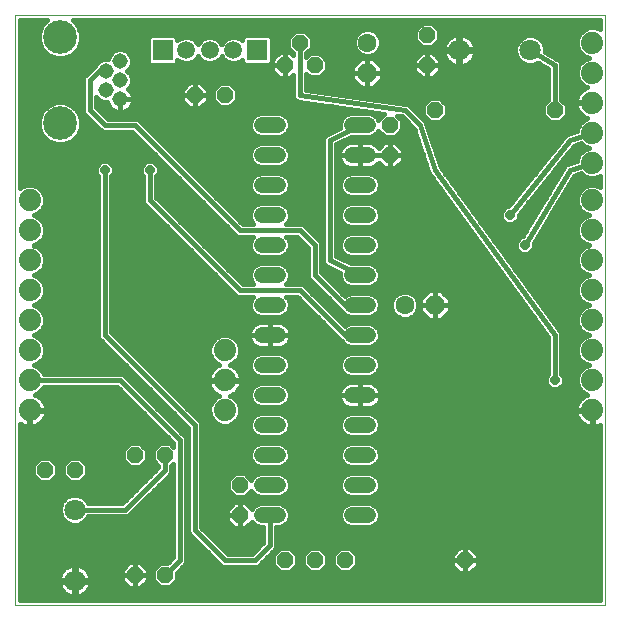
<source format=gbl>
G75*
%MOIN*%
%OFA0B0*%
%FSLAX25Y25*%
%IPPOS*%
%LPD*%
%AMOC8*
5,1,8,0,0,1.08239X$1,22.5*
%
%ADD10C,0.00000*%
%ADD11C,0.07400*%
%ADD12OC8,0.05200*%
%ADD13C,0.06300*%
%ADD14OC8,0.06300*%
%ADD15C,0.05150*%
%ADD16C,0.11220*%
%ADD17C,0.07087*%
%ADD18C,0.05200*%
%ADD19C,0.05937*%
%ADD20R,0.07087X0.07087*%
%ADD21C,0.01600*%
%ADD22OC8,0.03169*%
D10*
X0001800Y0001800D02*
X0001800Y0198650D01*
X0198650Y0198650D01*
X0198650Y0001800D01*
X0001800Y0001800D01*
D11*
X0006800Y0066800D03*
X0006800Y0076800D03*
X0006800Y0086800D03*
X0006800Y0096800D03*
X0006800Y0106800D03*
X0006800Y0116800D03*
X0006800Y0126800D03*
X0006800Y0136800D03*
X0071800Y0086800D03*
X0071800Y0076800D03*
X0071800Y0066800D03*
X0194300Y0066800D03*
X0194300Y0076800D03*
X0194300Y0086800D03*
X0194300Y0096800D03*
X0194300Y0106800D03*
X0194300Y0116800D03*
X0194300Y0126800D03*
X0194300Y0136800D03*
X0194300Y0149300D03*
X0194300Y0159300D03*
X0194300Y0169300D03*
X0194300Y0179300D03*
X0194300Y0189300D03*
D12*
X0181800Y0166800D03*
X0141800Y0166800D03*
X0139300Y0181800D03*
X0139300Y0191800D03*
X0126800Y0161800D03*
X0126800Y0151800D03*
X0101800Y0181800D03*
X0096800Y0189300D03*
X0091800Y0181800D03*
X0071800Y0171800D03*
X0061800Y0171800D03*
X0051800Y0051800D03*
X0041800Y0051800D03*
X0021800Y0046800D03*
X0011800Y0046800D03*
X0041800Y0011800D03*
X0051800Y0011800D03*
X0076800Y0031800D03*
X0076800Y0041800D03*
X0091800Y0016800D03*
X0101800Y0016800D03*
X0111800Y0016800D03*
X0151800Y0016800D03*
D13*
X0131800Y0101800D03*
X0119300Y0189300D03*
D14*
X0119300Y0179300D03*
X0141800Y0101800D03*
D15*
X0036879Y0170501D03*
X0032154Y0173650D03*
X0036879Y0176800D03*
X0032154Y0179950D03*
X0036879Y0183099D03*
D16*
X0016800Y0191170D03*
X0016800Y0162430D03*
D17*
X0021800Y0033611D03*
X0021800Y0009989D03*
X0149989Y0186800D03*
X0173611Y0186800D03*
D18*
X0119400Y0161800D02*
X0114200Y0161800D01*
X0114200Y0151800D02*
X0119400Y0151800D01*
X0119400Y0141800D02*
X0114200Y0141800D01*
X0114200Y0131800D02*
X0119400Y0131800D01*
X0119400Y0121800D02*
X0114200Y0121800D01*
X0114200Y0111800D02*
X0119400Y0111800D01*
X0119400Y0101800D02*
X0114200Y0101800D01*
X0114200Y0091800D02*
X0119400Y0091800D01*
X0119400Y0081800D02*
X0114200Y0081800D01*
X0114200Y0071800D02*
X0119400Y0071800D01*
X0119400Y0061800D02*
X0114200Y0061800D01*
X0114200Y0051800D02*
X0119400Y0051800D01*
X0119400Y0041800D02*
X0114200Y0041800D01*
X0114200Y0031800D02*
X0119400Y0031800D01*
X0089400Y0031800D02*
X0084200Y0031800D01*
X0084200Y0041800D02*
X0089400Y0041800D01*
X0089400Y0051800D02*
X0084200Y0051800D01*
X0084200Y0061800D02*
X0089400Y0061800D01*
X0089400Y0071800D02*
X0084200Y0071800D01*
X0084200Y0081800D02*
X0089400Y0081800D01*
X0089400Y0091800D02*
X0084200Y0091800D01*
X0084200Y0101800D02*
X0089400Y0101800D01*
X0089400Y0111800D02*
X0084200Y0111800D01*
X0084200Y0121800D02*
X0089400Y0121800D01*
X0089400Y0131800D02*
X0084200Y0131800D01*
X0084200Y0141800D02*
X0089400Y0141800D01*
X0089400Y0151800D02*
X0084200Y0151800D01*
X0084200Y0161800D02*
X0089400Y0161800D01*
D19*
X0074674Y0186800D03*
X0066800Y0186800D03*
X0058926Y0186800D03*
D20*
X0051052Y0186800D03*
X0082548Y0186800D03*
D21*
X0087491Y0187227D02*
X0093216Y0187227D01*
X0092800Y0187643D02*
X0094600Y0185843D01*
X0094600Y0185223D01*
X0093623Y0186200D01*
X0091800Y0186200D01*
X0091800Y0181800D01*
X0091800Y0181800D01*
X0091800Y0177400D01*
X0093623Y0177400D01*
X0094600Y0178377D01*
X0094600Y0171956D01*
X0094493Y0171209D01*
X0094600Y0171067D01*
X0094600Y0170889D01*
X0095134Y0170355D01*
X0095587Y0169751D01*
X0095763Y0169726D01*
X0095889Y0169600D01*
X0096644Y0169600D01*
X0124906Y0165563D01*
X0122972Y0163629D01*
X0122791Y0164066D01*
X0121666Y0165191D01*
X0120196Y0165800D01*
X0113404Y0165800D01*
X0111934Y0165191D01*
X0110809Y0164066D01*
X0110200Y0162596D01*
X0110200Y0161004D01*
X0110215Y0160967D01*
X0106281Y0159000D01*
X0105889Y0159000D01*
X0105497Y0158608D01*
X0105001Y0158360D01*
X0104877Y0157988D01*
X0104600Y0157711D01*
X0104600Y0157157D01*
X0104425Y0156631D01*
X0104600Y0156281D01*
X0104600Y0117319D01*
X0104425Y0116969D01*
X0104600Y0116443D01*
X0104600Y0115889D01*
X0104877Y0115612D01*
X0105001Y0115240D01*
X0105497Y0114992D01*
X0105889Y0114600D01*
X0106281Y0114600D01*
X0110215Y0112633D01*
X0110200Y0112596D01*
X0110200Y0111004D01*
X0110809Y0109534D01*
X0111934Y0108409D01*
X0113404Y0107800D01*
X0120196Y0107800D01*
X0121666Y0108409D01*
X0122791Y0109534D01*
X0123400Y0111004D01*
X0123400Y0112596D01*
X0122791Y0114066D01*
X0121666Y0115191D01*
X0120196Y0115800D01*
X0113719Y0115800D01*
X0109000Y0118160D01*
X0109000Y0155440D01*
X0113719Y0157800D01*
X0120196Y0157800D01*
X0121666Y0158409D01*
X0122791Y0159534D01*
X0122972Y0159971D01*
X0125143Y0157800D01*
X0128457Y0157800D01*
X0130800Y0160143D01*
X0130800Y0163457D01*
X0129326Y0164931D01*
X0130763Y0164726D01*
X0134877Y0160612D01*
X0139543Y0146613D01*
X0139485Y0146243D01*
X0139821Y0145781D01*
X0140001Y0145240D01*
X0140336Y0145072D01*
X0179600Y0091085D01*
X0179600Y0078820D01*
X0178816Y0078036D01*
X0178816Y0075564D01*
X0180564Y0073816D01*
X0183036Y0073816D01*
X0184784Y0075564D01*
X0184784Y0078036D01*
X0184000Y0078820D01*
X0184000Y0091627D01*
X0184115Y0092357D01*
X0184000Y0092515D01*
X0184000Y0092711D01*
X0183478Y0093234D01*
X0143779Y0147819D01*
X0139000Y0162157D01*
X0139000Y0162711D01*
X0138723Y0162988D01*
X0138599Y0163360D01*
X0138103Y0163608D01*
X0133466Y0168245D01*
X0133013Y0168849D01*
X0132837Y0168874D01*
X0132711Y0169000D01*
X0131956Y0169000D01*
X0099000Y0173708D01*
X0099000Y0178943D01*
X0100143Y0177800D01*
X0103457Y0177800D01*
X0105800Y0180143D01*
X0105800Y0183457D01*
X0103457Y0185800D01*
X0100143Y0185800D01*
X0099000Y0184657D01*
X0099000Y0185843D01*
X0100800Y0187643D01*
X0100800Y0190957D01*
X0098457Y0193300D01*
X0095143Y0193300D01*
X0092800Y0190957D01*
X0092800Y0187643D01*
X0092800Y0188826D02*
X0087491Y0188826D01*
X0087491Y0190424D02*
X0092800Y0190424D01*
X0093866Y0192023D02*
X0023810Y0192023D01*
X0023810Y0192564D02*
X0022743Y0195141D01*
X0021084Y0196800D01*
X0196850Y0196800D01*
X0196850Y0193764D01*
X0195314Y0194400D01*
X0193286Y0194400D01*
X0191411Y0193624D01*
X0189976Y0192189D01*
X0189200Y0190314D01*
X0189200Y0188286D01*
X0189976Y0186411D01*
X0191411Y0184976D01*
X0193044Y0184300D01*
X0191411Y0183624D01*
X0189976Y0182189D01*
X0189200Y0180314D01*
X0189200Y0178286D01*
X0189976Y0176411D01*
X0191411Y0174976D01*
X0192537Y0174510D01*
X0192189Y0174397D01*
X0191417Y0174004D01*
X0190717Y0173495D01*
X0190105Y0172883D01*
X0189596Y0172183D01*
X0189203Y0171411D01*
X0188935Y0170588D01*
X0188800Y0169733D01*
X0188800Y0169500D01*
X0194100Y0169500D01*
X0194100Y0169100D01*
X0188800Y0169100D01*
X0188800Y0168867D01*
X0188935Y0168012D01*
X0189203Y0167189D01*
X0189596Y0166417D01*
X0190105Y0165717D01*
X0190717Y0165105D01*
X0191417Y0164596D01*
X0192189Y0164203D01*
X0192537Y0164090D01*
X0191411Y0163624D01*
X0189976Y0162189D01*
X0189200Y0160314D01*
X0189200Y0159919D01*
X0186325Y0158961D01*
X0185651Y0158886D01*
X0185488Y0158682D01*
X0185240Y0158599D01*
X0184936Y0157992D01*
X0166370Y0134784D01*
X0165564Y0134784D01*
X0163816Y0133036D01*
X0163816Y0130564D01*
X0165564Y0128816D01*
X0168036Y0128816D01*
X0169784Y0130564D01*
X0169784Y0132009D01*
X0188112Y0154918D01*
X0190630Y0155758D01*
X0191411Y0154976D01*
X0193044Y0154300D01*
X0191411Y0153624D01*
X0189976Y0152189D01*
X0189200Y0150314D01*
X0189200Y0149919D01*
X0186184Y0148914D01*
X0185382Y0148713D01*
X0185332Y0148630D01*
X0185240Y0148599D01*
X0184870Y0147859D01*
X0171025Y0124784D01*
X0170564Y0124784D01*
X0168816Y0123036D01*
X0168816Y0120564D01*
X0170564Y0118816D01*
X0173036Y0118816D01*
X0174784Y0120564D01*
X0174784Y0122498D01*
X0188268Y0144970D01*
X0190630Y0145758D01*
X0191411Y0144976D01*
X0193286Y0144200D01*
X0195314Y0144200D01*
X0196850Y0144836D01*
X0196850Y0141264D01*
X0195314Y0141900D01*
X0193286Y0141900D01*
X0191411Y0141124D01*
X0189976Y0139689D01*
X0189200Y0137814D01*
X0189200Y0135786D01*
X0189976Y0133911D01*
X0191411Y0132476D01*
X0193044Y0131800D01*
X0191411Y0131124D01*
X0189976Y0129689D01*
X0189200Y0127814D01*
X0189200Y0125786D01*
X0189976Y0123911D01*
X0191411Y0122476D01*
X0193044Y0121800D01*
X0191411Y0121124D01*
X0189976Y0119689D01*
X0189200Y0117814D01*
X0189200Y0115786D01*
X0189976Y0113911D01*
X0191411Y0112476D01*
X0193044Y0111800D01*
X0191411Y0111124D01*
X0189976Y0109689D01*
X0189200Y0107814D01*
X0189200Y0105786D01*
X0189976Y0103911D01*
X0191411Y0102476D01*
X0193044Y0101800D01*
X0191411Y0101124D01*
X0189976Y0099689D01*
X0189200Y0097814D01*
X0189200Y0095786D01*
X0189976Y0093911D01*
X0191411Y0092476D01*
X0193044Y0091800D01*
X0191411Y0091124D01*
X0189976Y0089689D01*
X0189200Y0087814D01*
X0189200Y0085786D01*
X0189976Y0083911D01*
X0191411Y0082476D01*
X0193044Y0081800D01*
X0191411Y0081124D01*
X0189976Y0079689D01*
X0189200Y0077814D01*
X0189200Y0075786D01*
X0189976Y0073911D01*
X0191411Y0072476D01*
X0192537Y0072010D01*
X0192189Y0071897D01*
X0191417Y0071504D01*
X0190717Y0070995D01*
X0190105Y0070383D01*
X0189596Y0069683D01*
X0189203Y0068911D01*
X0188935Y0068088D01*
X0188800Y0067233D01*
X0188800Y0067000D01*
X0194100Y0067000D01*
X0194100Y0066600D01*
X0194500Y0066600D01*
X0194500Y0061300D01*
X0194733Y0061300D01*
X0195588Y0061435D01*
X0196411Y0061703D01*
X0196850Y0061927D01*
X0196850Y0003600D01*
X0003600Y0003600D01*
X0003600Y0062327D01*
X0003917Y0062096D01*
X0004689Y0061703D01*
X0005512Y0061435D01*
X0006367Y0061300D01*
X0006600Y0061300D01*
X0006600Y0066600D01*
X0007000Y0066600D01*
X0007000Y0067000D01*
X0012300Y0067000D01*
X0012300Y0067233D01*
X0012165Y0068088D01*
X0011897Y0068911D01*
X0011504Y0069683D01*
X0010995Y0070383D01*
X0010383Y0070995D01*
X0009683Y0071504D01*
X0008911Y0071897D01*
X0008563Y0072010D01*
X0009689Y0072476D01*
X0011124Y0073911D01*
X0011409Y0074600D01*
X0035889Y0074600D01*
X0054600Y0055889D01*
X0054600Y0054657D01*
X0053457Y0055800D01*
X0050143Y0055800D01*
X0047800Y0053457D01*
X0047800Y0050143D01*
X0049600Y0048343D01*
X0049600Y0047711D01*
X0037700Y0035811D01*
X0026239Y0035811D01*
X0025991Y0036411D01*
X0024600Y0037802D01*
X0022783Y0038554D01*
X0020817Y0038554D01*
X0019000Y0037802D01*
X0017609Y0036411D01*
X0016857Y0034594D01*
X0016857Y0032628D01*
X0017609Y0030811D01*
X0019000Y0029420D01*
X0020817Y0028668D01*
X0022783Y0028668D01*
X0024600Y0029420D01*
X0025991Y0030811D01*
X0026239Y0031411D01*
X0039522Y0031411D01*
X0052711Y0044600D01*
X0054000Y0045889D01*
X0054000Y0048343D01*
X0054600Y0048943D01*
X0054600Y0017711D01*
X0052689Y0015800D01*
X0050143Y0015800D01*
X0047800Y0013457D01*
X0047800Y0010143D01*
X0050143Y0007800D01*
X0053457Y0007800D01*
X0055800Y0010143D01*
X0055800Y0012689D01*
X0057711Y0014600D01*
X0057711Y0014600D01*
X0059000Y0015889D01*
X0059000Y0057711D01*
X0057711Y0059000D01*
X0037711Y0079000D01*
X0011409Y0079000D01*
X0011124Y0079689D01*
X0009689Y0081124D01*
X0008056Y0081800D01*
X0009689Y0082476D01*
X0011124Y0083911D01*
X0011900Y0085786D01*
X0011900Y0087814D01*
X0011124Y0089689D01*
X0009689Y0091124D01*
X0008056Y0091800D01*
X0009689Y0092476D01*
X0011124Y0093911D01*
X0011900Y0095786D01*
X0011900Y0097814D01*
X0011124Y0099689D01*
X0009689Y0101124D01*
X0008056Y0101800D01*
X0009689Y0102476D01*
X0011124Y0103911D01*
X0011900Y0105786D01*
X0011900Y0107814D01*
X0011124Y0109689D01*
X0009689Y0111124D01*
X0008056Y0111800D01*
X0009689Y0112476D01*
X0011124Y0113911D01*
X0011900Y0115786D01*
X0011900Y0117814D01*
X0011124Y0119689D01*
X0009689Y0121124D01*
X0008056Y0121800D01*
X0009689Y0122476D01*
X0011124Y0123911D01*
X0011900Y0125786D01*
X0011900Y0127814D01*
X0011124Y0129689D01*
X0009689Y0131124D01*
X0008056Y0131800D01*
X0009689Y0132476D01*
X0011124Y0133911D01*
X0011900Y0135786D01*
X0011900Y0137814D01*
X0011124Y0139689D01*
X0009689Y0141124D01*
X0007814Y0141900D01*
X0005786Y0141900D01*
X0003911Y0141124D01*
X0003600Y0140812D01*
X0003600Y0196800D01*
X0012516Y0196800D01*
X0010857Y0195141D01*
X0009790Y0192564D01*
X0009790Y0189776D01*
X0010857Y0187199D01*
X0012829Y0185227D01*
X0015406Y0184160D01*
X0018194Y0184160D01*
X0020771Y0185227D01*
X0022743Y0187199D01*
X0023810Y0189776D01*
X0023810Y0192564D01*
X0023372Y0193621D02*
X0117843Y0193621D01*
X0118395Y0193850D02*
X0116723Y0193157D01*
X0115443Y0191877D01*
X0114750Y0190205D01*
X0114750Y0188395D01*
X0115443Y0186723D01*
X0116723Y0185443D01*
X0118395Y0184750D01*
X0120205Y0184750D01*
X0121877Y0185443D01*
X0123157Y0186723D01*
X0123850Y0188395D01*
X0123850Y0190205D01*
X0123157Y0191877D01*
X0121877Y0193157D01*
X0120205Y0193850D01*
X0118395Y0193850D01*
X0120757Y0193621D02*
X0135465Y0193621D01*
X0135300Y0193457D02*
X0135300Y0190143D01*
X0137643Y0187800D01*
X0140957Y0187800D01*
X0143300Y0190143D01*
X0143300Y0193457D01*
X0140957Y0195800D01*
X0137643Y0195800D01*
X0135300Y0193457D01*
X0135300Y0192023D02*
X0123012Y0192023D01*
X0123759Y0190424D02*
X0135300Y0190424D01*
X0136617Y0188826D02*
X0123850Y0188826D01*
X0123366Y0187227D02*
X0144647Y0187227D01*
X0144646Y0187221D02*
X0144646Y0187181D01*
X0149608Y0187181D01*
X0149608Y0186419D01*
X0150370Y0186419D01*
X0150370Y0187181D01*
X0155332Y0187181D01*
X0155332Y0187221D01*
X0155201Y0188051D01*
X0154941Y0188851D01*
X0154559Y0189600D01*
X0154065Y0190281D01*
X0153470Y0190876D01*
X0152789Y0191370D01*
X0152040Y0191752D01*
X0151240Y0192012D01*
X0150409Y0192143D01*
X0150370Y0192143D01*
X0150370Y0187181D01*
X0149608Y0187181D01*
X0149608Y0192143D01*
X0149568Y0192143D01*
X0148738Y0192012D01*
X0147938Y0191752D01*
X0147188Y0191370D01*
X0146508Y0190876D01*
X0145913Y0190281D01*
X0145419Y0189600D01*
X0145037Y0188851D01*
X0144777Y0188051D01*
X0144646Y0187221D01*
X0144646Y0186419D02*
X0144646Y0186379D01*
X0144777Y0185549D01*
X0145037Y0184749D01*
X0145419Y0183999D01*
X0145913Y0183319D01*
X0146508Y0182724D01*
X0147188Y0182230D01*
X0147938Y0181848D01*
X0148738Y0181588D01*
X0149568Y0181457D01*
X0149608Y0181457D01*
X0149608Y0186419D01*
X0144646Y0186419D01*
X0144765Y0185629D02*
X0141694Y0185629D01*
X0141123Y0186200D02*
X0139300Y0186200D01*
X0139300Y0181800D01*
X0139300Y0181800D01*
X0143700Y0181800D01*
X0143700Y0183623D01*
X0141123Y0186200D01*
X0139300Y0186200D02*
X0137477Y0186200D01*
X0134900Y0183623D01*
X0134900Y0181800D01*
X0139300Y0181800D01*
X0139300Y0181800D01*
X0139300Y0181800D01*
X0139300Y0186200D01*
X0139300Y0185629D02*
X0139300Y0185629D01*
X0139300Y0184030D02*
X0139300Y0184030D01*
X0139300Y0182432D02*
X0139300Y0182432D01*
X0139300Y0181800D02*
X0134900Y0181800D01*
X0134900Y0179977D01*
X0137477Y0177400D01*
X0139300Y0177400D01*
X0141123Y0177400D01*
X0143700Y0179977D01*
X0143700Y0181800D01*
X0139300Y0181800D01*
X0139300Y0177400D01*
X0139300Y0181800D01*
X0139300Y0181800D01*
X0139300Y0180833D02*
X0139300Y0180833D01*
X0139300Y0179235D02*
X0139300Y0179235D01*
X0139300Y0177636D02*
X0139300Y0177636D01*
X0141359Y0177636D02*
X0179600Y0177636D01*
X0179600Y0176038D02*
X0123038Y0176038D01*
X0124250Y0177250D02*
X0121350Y0174350D01*
X0119300Y0174350D01*
X0119300Y0179300D01*
X0119300Y0179300D01*
X0119300Y0184250D01*
X0121350Y0184250D01*
X0124250Y0181350D01*
X0124250Y0179300D01*
X0119300Y0179300D01*
X0119300Y0179300D01*
X0119300Y0179300D01*
X0114350Y0179300D01*
X0114350Y0181350D01*
X0117250Y0184250D01*
X0119300Y0184250D01*
X0119300Y0179300D01*
X0124250Y0179300D01*
X0124250Y0177250D01*
X0124250Y0177636D02*
X0137241Y0177636D01*
X0135643Y0179235D02*
X0124250Y0179235D01*
X0124250Y0180833D02*
X0134900Y0180833D01*
X0134900Y0182432D02*
X0123169Y0182432D01*
X0121570Y0184030D02*
X0135308Y0184030D01*
X0136906Y0185629D02*
X0122063Y0185629D01*
X0119300Y0184030D02*
X0119300Y0184030D01*
X0119300Y0182432D02*
X0119300Y0182432D01*
X0119300Y0180833D02*
X0119300Y0180833D01*
X0119300Y0179300D02*
X0114350Y0179300D01*
X0114350Y0177250D01*
X0117250Y0174350D01*
X0119300Y0174350D01*
X0119300Y0179300D01*
X0119300Y0179300D01*
X0119300Y0179235D02*
X0119300Y0179235D01*
X0119300Y0177636D02*
X0119300Y0177636D01*
X0119300Y0176038D02*
X0119300Y0176038D01*
X0119300Y0174439D02*
X0119300Y0174439D01*
X0121440Y0174439D02*
X0179600Y0174439D01*
X0179600Y0172841D02*
X0105071Y0172841D01*
X0107527Y0168045D02*
X0073702Y0168045D01*
X0073457Y0167800D02*
X0075800Y0170143D01*
X0075800Y0173457D01*
X0073457Y0175800D01*
X0070143Y0175800D01*
X0067800Y0173457D01*
X0067800Y0170143D01*
X0070143Y0167800D01*
X0073457Y0167800D01*
X0075301Y0169644D02*
X0095845Y0169644D01*
X0094498Y0171242D02*
X0075800Y0171242D01*
X0075800Y0172841D02*
X0094600Y0172841D01*
X0094600Y0174439D02*
X0074818Y0174439D01*
X0068782Y0174439D02*
X0065383Y0174439D01*
X0066200Y0173623D02*
X0063623Y0176200D01*
X0061800Y0176200D01*
X0061800Y0171800D01*
X0066200Y0171800D01*
X0066200Y0173623D01*
X0066200Y0172841D02*
X0067800Y0172841D01*
X0067800Y0171242D02*
X0066200Y0171242D01*
X0066200Y0171800D02*
X0061800Y0171800D01*
X0061800Y0171800D01*
X0061800Y0171800D01*
X0061800Y0167400D01*
X0063623Y0167400D01*
X0066200Y0169977D01*
X0066200Y0171800D01*
X0065866Y0169644D02*
X0068299Y0169644D01*
X0069898Y0168045D02*
X0064268Y0168045D01*
X0061800Y0168045D02*
X0061800Y0168045D01*
X0061800Y0167400D02*
X0061800Y0171800D01*
X0061800Y0171800D01*
X0061800Y0171800D01*
X0057400Y0171800D01*
X0057400Y0173623D01*
X0059977Y0176200D01*
X0061800Y0176200D01*
X0061800Y0171800D01*
X0057400Y0171800D01*
X0057400Y0169977D01*
X0059977Y0167400D01*
X0061800Y0167400D01*
X0061800Y0169644D02*
X0061800Y0169644D01*
X0061800Y0171242D02*
X0061800Y0171242D01*
X0061800Y0172841D02*
X0061800Y0172841D01*
X0061800Y0174439D02*
X0061800Y0174439D01*
X0061800Y0176038D02*
X0061800Y0176038D01*
X0063785Y0176038D02*
X0094600Y0176038D01*
X0094600Y0177636D02*
X0093859Y0177636D01*
X0091800Y0177636D02*
X0091800Y0177636D01*
X0091800Y0177400D02*
X0091800Y0181800D01*
X0091800Y0181800D01*
X0091800Y0181800D01*
X0087400Y0181800D01*
X0087400Y0182585D01*
X0086671Y0181857D01*
X0078425Y0181857D01*
X0077605Y0182677D01*
X0077605Y0183553D01*
X0077149Y0183097D01*
X0075543Y0182431D01*
X0073805Y0182431D01*
X0072199Y0183097D01*
X0070971Y0184325D01*
X0070737Y0184889D01*
X0070503Y0184325D01*
X0069275Y0183097D01*
X0067669Y0182431D01*
X0065931Y0182431D01*
X0064325Y0183097D01*
X0063097Y0184325D01*
X0062863Y0184889D01*
X0062629Y0184325D01*
X0061401Y0183097D01*
X0059795Y0182431D01*
X0058057Y0182431D01*
X0056451Y0183097D01*
X0055995Y0183553D01*
X0055995Y0182677D01*
X0055175Y0181857D01*
X0046929Y0181857D01*
X0046109Y0182677D01*
X0046109Y0190923D01*
X0046929Y0191743D01*
X0055175Y0191743D01*
X0055995Y0190923D01*
X0055995Y0190047D01*
X0056451Y0190503D01*
X0058057Y0191168D01*
X0059795Y0191168D01*
X0061401Y0190503D01*
X0062629Y0189275D01*
X0062863Y0188711D01*
X0063097Y0189275D01*
X0064325Y0190503D01*
X0065931Y0191168D01*
X0067669Y0191168D01*
X0069275Y0190503D01*
X0070503Y0189275D01*
X0070737Y0188711D01*
X0070971Y0189275D01*
X0072199Y0190503D01*
X0073805Y0191168D01*
X0075543Y0191168D01*
X0077149Y0190503D01*
X0077605Y0190047D01*
X0077605Y0190923D01*
X0078425Y0191743D01*
X0086671Y0191743D01*
X0087491Y0190923D01*
X0087491Y0183714D01*
X0089977Y0186200D01*
X0091800Y0186200D01*
X0091800Y0181800D01*
X0087400Y0181800D01*
X0087400Y0179977D01*
X0089977Y0177400D01*
X0091800Y0177400D01*
X0091800Y0179235D02*
X0091800Y0179235D01*
X0091800Y0180833D02*
X0091800Y0180833D01*
X0091800Y0182432D02*
X0091800Y0182432D01*
X0091800Y0184030D02*
X0091800Y0184030D01*
X0091800Y0185629D02*
X0091800Y0185629D01*
X0094194Y0185629D02*
X0094600Y0185629D01*
X0096800Y0189300D02*
X0096800Y0171800D01*
X0131800Y0166800D01*
X0136800Y0161800D01*
X0141800Y0146800D01*
X0181800Y0091800D01*
X0181800Y0076800D01*
X0184784Y0076930D02*
X0189200Y0076930D01*
X0189388Y0075332D02*
X0184552Y0075332D01*
X0184292Y0078529D02*
X0189496Y0078529D01*
X0190415Y0080127D02*
X0184000Y0080127D01*
X0184000Y0081726D02*
X0192864Y0081726D01*
X0190563Y0083324D02*
X0184000Y0083324D01*
X0184000Y0084923D02*
X0189557Y0084923D01*
X0189200Y0086521D02*
X0184000Y0086521D01*
X0184000Y0088120D02*
X0189326Y0088120D01*
X0190006Y0089718D02*
X0184000Y0089718D01*
X0184000Y0091317D02*
X0191877Y0091317D01*
X0190972Y0092915D02*
X0183796Y0092915D01*
X0182547Y0094514D02*
X0189727Y0094514D01*
X0189200Y0096112D02*
X0181384Y0096112D01*
X0180222Y0097711D02*
X0189200Y0097711D01*
X0189819Y0099309D02*
X0179059Y0099309D01*
X0177897Y0100908D02*
X0191195Y0100908D01*
X0191381Y0102506D02*
X0176734Y0102506D01*
X0175571Y0104105D02*
X0189896Y0104105D01*
X0189234Y0105703D02*
X0174409Y0105703D01*
X0173246Y0107302D02*
X0189200Y0107302D01*
X0189650Y0108900D02*
X0172084Y0108900D01*
X0170921Y0110499D02*
X0190786Y0110499D01*
X0192326Y0112097D02*
X0169759Y0112097D01*
X0168596Y0113696D02*
X0190192Y0113696D01*
X0189403Y0115294D02*
X0167434Y0115294D01*
X0166271Y0116893D02*
X0189200Y0116893D01*
X0189480Y0118491D02*
X0165108Y0118491D01*
X0163946Y0120090D02*
X0169290Y0120090D01*
X0168816Y0121688D02*
X0162783Y0121688D01*
X0161621Y0123287D02*
X0169066Y0123287D01*
X0171086Y0124885D02*
X0160458Y0124885D01*
X0159296Y0126484D02*
X0172045Y0126484D01*
X0173004Y0128082D02*
X0158133Y0128082D01*
X0156971Y0129681D02*
X0164699Y0129681D01*
X0163816Y0131279D02*
X0155808Y0131279D01*
X0154645Y0132878D02*
X0163816Y0132878D01*
X0165256Y0134476D02*
X0153483Y0134476D01*
X0152320Y0136075D02*
X0167403Y0136075D01*
X0168681Y0137673D02*
X0151158Y0137673D01*
X0149995Y0139272D02*
X0169960Y0139272D01*
X0171239Y0140870D02*
X0148833Y0140870D01*
X0147670Y0142469D02*
X0172518Y0142469D01*
X0173797Y0144068D02*
X0146508Y0144068D01*
X0145345Y0145666D02*
X0175075Y0145666D01*
X0176354Y0147265D02*
X0144182Y0147265D01*
X0143431Y0148863D02*
X0177633Y0148863D01*
X0178912Y0150462D02*
X0142898Y0150462D01*
X0142366Y0152060D02*
X0180191Y0152060D01*
X0181470Y0153659D02*
X0141833Y0153659D01*
X0141300Y0155257D02*
X0182748Y0155257D01*
X0184027Y0156856D02*
X0140767Y0156856D01*
X0140234Y0158454D02*
X0185167Y0158454D01*
X0186800Y0156800D02*
X0194300Y0159300D01*
X0189754Y0161651D02*
X0139169Y0161651D01*
X0140143Y0162800D02*
X0143457Y0162800D01*
X0145800Y0165143D01*
X0145800Y0168457D01*
X0143457Y0170800D01*
X0140143Y0170800D01*
X0137800Y0168457D01*
X0137800Y0165143D01*
X0140143Y0162800D01*
X0139694Y0163250D02*
X0138636Y0163250D01*
X0138095Y0164848D02*
X0136863Y0164848D01*
X0137800Y0166447D02*
X0135265Y0166447D01*
X0133666Y0168045D02*
X0137800Y0168045D01*
X0138987Y0169644D02*
X0127450Y0169644D01*
X0129409Y0164848D02*
X0129907Y0164848D01*
X0130800Y0163250D02*
X0132239Y0163250D01*
X0130800Y0161651D02*
X0133838Y0161651D01*
X0135063Y0160053D02*
X0130709Y0160053D01*
X0129111Y0158454D02*
X0135596Y0158454D01*
X0136129Y0156856D02*
X0111831Y0156856D01*
X0112511Y0155878D02*
X0111894Y0155563D01*
X0111334Y0155156D01*
X0110844Y0154666D01*
X0110437Y0154106D01*
X0110122Y0153489D01*
X0109908Y0152830D01*
X0109800Y0152146D01*
X0109800Y0151800D01*
X0116800Y0151800D01*
X0116800Y0151800D01*
X0116800Y0156200D01*
X0119746Y0156200D01*
X0120430Y0156092D01*
X0121089Y0155878D01*
X0121706Y0155563D01*
X0122266Y0155156D01*
X0122756Y0154666D01*
X0123046Y0154268D01*
X0124977Y0156200D01*
X0126800Y0156200D01*
X0126800Y0151800D01*
X0126800Y0151800D01*
X0131200Y0151800D01*
X0131200Y0153623D01*
X0128623Y0156200D01*
X0126800Y0156200D01*
X0126800Y0151800D01*
X0126800Y0151800D01*
X0131200Y0151800D01*
X0131200Y0149977D01*
X0128623Y0147400D01*
X0126800Y0147400D01*
X0126800Y0151800D01*
X0126800Y0151800D01*
X0126800Y0151800D01*
X0122400Y0151800D01*
X0116800Y0151800D01*
X0116800Y0151800D01*
X0116800Y0156200D01*
X0113854Y0156200D01*
X0113170Y0156092D01*
X0112511Y0155878D01*
X0111473Y0155257D02*
X0109000Y0155257D01*
X0109000Y0153659D02*
X0110209Y0153659D01*
X0109800Y0152060D02*
X0109000Y0152060D01*
X0109800Y0151800D02*
X0109800Y0151454D01*
X0109908Y0150770D01*
X0110122Y0150111D01*
X0110437Y0149494D01*
X0110844Y0148934D01*
X0111334Y0148444D01*
X0111894Y0148037D01*
X0112511Y0147722D01*
X0113170Y0147508D01*
X0113854Y0147400D01*
X0116800Y0147400D01*
X0119746Y0147400D01*
X0120430Y0147508D01*
X0121089Y0147722D01*
X0121706Y0148037D01*
X0122266Y0148444D01*
X0122756Y0148934D01*
X0123046Y0149332D01*
X0124977Y0147400D01*
X0126800Y0147400D01*
X0126800Y0151800D01*
X0116800Y0151800D01*
X0116800Y0147400D01*
X0116800Y0151800D01*
X0116800Y0151800D01*
X0116800Y0151800D01*
X0109800Y0151800D01*
X0110008Y0150462D02*
X0109000Y0150462D01*
X0109000Y0148863D02*
X0110914Y0148863D01*
X0109000Y0147265D02*
X0139326Y0147265D01*
X0138793Y0148863D02*
X0130086Y0148863D01*
X0131200Y0150462D02*
X0138260Y0150462D01*
X0137728Y0152060D02*
X0131200Y0152060D01*
X0131164Y0153659D02*
X0137195Y0153659D01*
X0136662Y0155257D02*
X0129565Y0155257D01*
X0126800Y0155257D02*
X0126800Y0155257D01*
X0126800Y0153659D02*
X0126800Y0153659D01*
X0126800Y0152060D02*
X0126800Y0152060D01*
X0126800Y0150462D02*
X0126800Y0150462D01*
X0126800Y0148863D02*
X0126800Y0148863D01*
X0123514Y0148863D02*
X0122686Y0148863D01*
X0121666Y0145191D02*
X0120196Y0145800D01*
X0113404Y0145800D01*
X0111934Y0145191D01*
X0110809Y0144066D01*
X0110200Y0142596D01*
X0110200Y0141004D01*
X0110809Y0139534D01*
X0111934Y0138409D01*
X0113404Y0137800D01*
X0120196Y0137800D01*
X0121666Y0138409D01*
X0122791Y0139534D01*
X0123400Y0141004D01*
X0123400Y0142596D01*
X0122791Y0144066D01*
X0121666Y0145191D01*
X0120519Y0145666D02*
X0139859Y0145666D01*
X0141067Y0144068D02*
X0122789Y0144068D01*
X0123400Y0142469D02*
X0142230Y0142469D01*
X0143392Y0140870D02*
X0123345Y0140870D01*
X0122529Y0139272D02*
X0144555Y0139272D01*
X0145717Y0137673D02*
X0109000Y0137673D01*
X0109000Y0136075D02*
X0146880Y0136075D01*
X0148042Y0134476D02*
X0122380Y0134476D01*
X0122791Y0134066D02*
X0121666Y0135191D01*
X0120196Y0135800D01*
X0113404Y0135800D01*
X0111934Y0135191D01*
X0110809Y0134066D01*
X0110200Y0132596D01*
X0110200Y0131004D01*
X0110809Y0129534D01*
X0111934Y0128409D01*
X0113404Y0127800D01*
X0120196Y0127800D01*
X0121666Y0128409D01*
X0122791Y0129534D01*
X0123400Y0131004D01*
X0123400Y0132596D01*
X0122791Y0134066D01*
X0123283Y0132878D02*
X0149205Y0132878D01*
X0150367Y0131279D02*
X0123400Y0131279D01*
X0122852Y0129681D02*
X0151530Y0129681D01*
X0152692Y0128082D02*
X0120877Y0128082D01*
X0120196Y0125800D02*
X0121666Y0125191D01*
X0122791Y0124066D01*
X0123400Y0122596D01*
X0123400Y0121004D01*
X0122791Y0119534D01*
X0121666Y0118409D01*
X0120196Y0117800D01*
X0113404Y0117800D01*
X0111934Y0118409D01*
X0110809Y0119534D01*
X0110200Y0121004D01*
X0110200Y0122596D01*
X0110809Y0124066D01*
X0111934Y0125191D01*
X0113404Y0125800D01*
X0120196Y0125800D01*
X0121971Y0124885D02*
X0155018Y0124885D01*
X0156180Y0123287D02*
X0123114Y0123287D01*
X0123400Y0121688D02*
X0157343Y0121688D01*
X0158505Y0120090D02*
X0123021Y0120090D01*
X0121748Y0118491D02*
X0159668Y0118491D01*
X0160830Y0116893D02*
X0111534Y0116893D01*
X0111852Y0118491D02*
X0109000Y0118491D01*
X0109000Y0120090D02*
X0110579Y0120090D01*
X0110200Y0121688D02*
X0109000Y0121688D01*
X0109000Y0123287D02*
X0110486Y0123287D01*
X0111629Y0124885D02*
X0109000Y0124885D01*
X0109000Y0126484D02*
X0153855Y0126484D01*
X0161993Y0115294D02*
X0121416Y0115294D01*
X0122944Y0113696D02*
X0163155Y0113696D01*
X0164318Y0112097D02*
X0123400Y0112097D01*
X0123191Y0110499D02*
X0165481Y0110499D01*
X0166643Y0108900D02*
X0122157Y0108900D01*
X0120429Y0105703D02*
X0129334Y0105703D01*
X0129223Y0105657D02*
X0127943Y0104377D01*
X0127250Y0102705D01*
X0127250Y0100895D01*
X0127943Y0099223D01*
X0129223Y0097943D01*
X0130895Y0097250D01*
X0132705Y0097250D01*
X0134377Y0097943D01*
X0135657Y0099223D01*
X0136350Y0100895D01*
X0136350Y0102705D01*
X0135657Y0104377D01*
X0134377Y0105657D01*
X0132705Y0106350D01*
X0130895Y0106350D01*
X0129223Y0105657D01*
X0127830Y0104105D02*
X0122752Y0104105D01*
X0122791Y0104066D02*
X0121666Y0105191D01*
X0120196Y0105800D01*
X0113404Y0105800D01*
X0111934Y0105191D01*
X0111727Y0104984D01*
X0104000Y0112711D01*
X0104000Y0122711D01*
X0097711Y0129000D01*
X0092257Y0129000D01*
X0092791Y0129534D01*
X0093400Y0131004D01*
X0093400Y0132596D01*
X0092791Y0134066D01*
X0091666Y0135191D01*
X0090196Y0135800D01*
X0083404Y0135800D01*
X0081934Y0135191D01*
X0080809Y0134066D01*
X0080200Y0132596D01*
X0080200Y0131004D01*
X0080809Y0129534D01*
X0081343Y0129000D01*
X0077711Y0129000D01*
X0042711Y0164000D01*
X0032711Y0164000D01*
X0029000Y0167711D01*
X0029000Y0171184D01*
X0029903Y0170281D01*
X0031364Y0169676D01*
X0032580Y0169676D01*
X0032612Y0169476D01*
X0032824Y0168821D01*
X0033137Y0168208D01*
X0033542Y0167651D01*
X0034029Y0167164D01*
X0034586Y0166759D01*
X0035199Y0166446D01*
X0035854Y0166234D01*
X0036534Y0166126D01*
X0036879Y0166126D01*
X0037223Y0166126D01*
X0037903Y0166234D01*
X0038558Y0166446D01*
X0039172Y0166759D01*
X0039729Y0167164D01*
X0040216Y0167651D01*
X0040620Y0168208D01*
X0040933Y0168821D01*
X0041146Y0169476D01*
X0041254Y0170156D01*
X0041254Y0170501D01*
X0041254Y0170845D01*
X0041146Y0171525D01*
X0040933Y0172180D01*
X0040620Y0172794D01*
X0040216Y0173351D01*
X0039729Y0173838D01*
X0039618Y0173918D01*
X0040248Y0174548D01*
X0040854Y0176009D01*
X0040854Y0177591D01*
X0040248Y0179052D01*
X0039350Y0179950D01*
X0040248Y0180848D01*
X0040854Y0182309D01*
X0040854Y0183890D01*
X0040248Y0185351D01*
X0039130Y0186469D01*
X0037669Y0187074D01*
X0036088Y0187074D01*
X0034627Y0186469D01*
X0033509Y0185351D01*
X0032918Y0183924D01*
X0031364Y0183924D01*
X0029903Y0183319D01*
X0028785Y0182201D01*
X0028569Y0181680D01*
X0025889Y0179000D01*
X0024600Y0177711D01*
X0024600Y0165889D01*
X0029600Y0160889D01*
X0030889Y0159600D01*
X0040889Y0159600D01*
X0074600Y0125889D01*
X0075889Y0124600D01*
X0081343Y0124600D01*
X0080809Y0124066D01*
X0080200Y0122596D01*
X0080200Y0121004D01*
X0080809Y0119534D01*
X0081934Y0118409D01*
X0083404Y0117800D01*
X0090196Y0117800D01*
X0091666Y0118409D01*
X0092791Y0119534D01*
X0093400Y0121004D01*
X0093400Y0122596D01*
X0092791Y0124066D01*
X0092257Y0124600D01*
X0095889Y0124600D01*
X0099600Y0120889D01*
X0099600Y0110889D01*
X0100889Y0109600D01*
X0110706Y0099783D01*
X0110809Y0099534D01*
X0111934Y0098409D01*
X0113404Y0097800D01*
X0120196Y0097800D01*
X0121666Y0098409D01*
X0122791Y0099534D01*
X0123400Y0101004D01*
X0123400Y0102596D01*
X0122791Y0104066D01*
X0123400Y0102506D02*
X0127250Y0102506D01*
X0127250Y0100908D02*
X0123360Y0100908D01*
X0122566Y0099309D02*
X0127907Y0099309D01*
X0129783Y0097711D02*
X0109001Y0097711D01*
X0110599Y0096112D02*
X0175944Y0096112D01*
X0177106Y0094514D02*
X0122343Y0094514D01*
X0122791Y0094066D02*
X0121666Y0095191D01*
X0120196Y0095800D01*
X0113404Y0095800D01*
X0111934Y0095191D01*
X0111727Y0094984D01*
X0097711Y0109000D01*
X0092257Y0109000D01*
X0092791Y0109534D01*
X0093400Y0111004D01*
X0093400Y0112596D01*
X0092791Y0114066D01*
X0091666Y0115191D01*
X0090196Y0115800D01*
X0083404Y0115800D01*
X0081934Y0115191D01*
X0080809Y0114066D01*
X0080200Y0112596D01*
X0080200Y0111004D01*
X0080809Y0109534D01*
X0081343Y0109000D01*
X0077711Y0109000D01*
X0049000Y0137711D01*
X0049000Y0144780D01*
X0049784Y0145564D01*
X0049784Y0148036D01*
X0048036Y0149784D01*
X0045564Y0149784D01*
X0043816Y0148036D01*
X0043816Y0145564D01*
X0044600Y0144780D01*
X0044600Y0135889D01*
X0074600Y0105889D01*
X0075889Y0104600D01*
X0081343Y0104600D01*
X0080809Y0104066D01*
X0080200Y0102596D01*
X0080200Y0101004D01*
X0080809Y0099534D01*
X0081934Y0098409D01*
X0083404Y0097800D01*
X0090196Y0097800D01*
X0091666Y0098409D01*
X0092791Y0099534D01*
X0093400Y0101004D01*
X0093400Y0102596D01*
X0092791Y0104066D01*
X0092257Y0104600D01*
X0095889Y0104600D01*
X0109600Y0090889D01*
X0110706Y0089783D01*
X0110809Y0089534D01*
X0111934Y0088409D01*
X0113404Y0087800D01*
X0120196Y0087800D01*
X0121666Y0088409D01*
X0122791Y0089534D01*
X0123400Y0091004D01*
X0123400Y0092596D01*
X0122791Y0094066D01*
X0123268Y0092915D02*
X0178269Y0092915D01*
X0179431Y0091317D02*
X0123400Y0091317D01*
X0122867Y0089718D02*
X0179600Y0089718D01*
X0179600Y0088120D02*
X0120967Y0088120D01*
X0120196Y0085800D02*
X0121666Y0085191D01*
X0122791Y0084066D01*
X0123400Y0082596D01*
X0123400Y0081004D01*
X0122791Y0079534D01*
X0121666Y0078409D01*
X0120196Y0077800D01*
X0113404Y0077800D01*
X0111934Y0078409D01*
X0110809Y0079534D01*
X0110200Y0081004D01*
X0110200Y0082596D01*
X0110809Y0084066D01*
X0111934Y0085191D01*
X0113404Y0085800D01*
X0120196Y0085800D01*
X0121934Y0084923D02*
X0179600Y0084923D01*
X0179600Y0086521D02*
X0076900Y0086521D01*
X0076900Y0085786D02*
X0076900Y0087814D01*
X0076124Y0089689D01*
X0074689Y0091124D01*
X0072814Y0091900D01*
X0070786Y0091900D01*
X0068911Y0091124D01*
X0067476Y0089689D01*
X0066700Y0087814D01*
X0066700Y0085786D01*
X0067476Y0083911D01*
X0068911Y0082476D01*
X0070037Y0082010D01*
X0069689Y0081897D01*
X0068917Y0081504D01*
X0068217Y0080995D01*
X0067605Y0080383D01*
X0067096Y0079683D01*
X0066703Y0078911D01*
X0066435Y0078088D01*
X0066300Y0077233D01*
X0066300Y0077000D01*
X0071600Y0077000D01*
X0071600Y0076600D01*
X0066300Y0076600D01*
X0066300Y0076367D01*
X0066435Y0075512D01*
X0066703Y0074689D01*
X0067096Y0073917D01*
X0067605Y0073217D01*
X0068217Y0072605D01*
X0068917Y0072096D01*
X0069689Y0071703D01*
X0070037Y0071590D01*
X0068911Y0071124D01*
X0067476Y0069689D01*
X0066700Y0067814D01*
X0066700Y0065786D01*
X0067476Y0063911D01*
X0068911Y0062476D01*
X0070786Y0061700D01*
X0072814Y0061700D01*
X0074689Y0062476D01*
X0076124Y0063911D01*
X0076900Y0065786D01*
X0076900Y0067814D01*
X0076124Y0069689D01*
X0074689Y0071124D01*
X0073563Y0071590D01*
X0073911Y0071703D01*
X0074683Y0072096D01*
X0075383Y0072605D01*
X0075995Y0073217D01*
X0076504Y0073917D01*
X0076897Y0074689D01*
X0077165Y0075512D01*
X0077300Y0076367D01*
X0077300Y0076600D01*
X0072000Y0076600D01*
X0072000Y0077000D01*
X0077300Y0077000D01*
X0077300Y0077233D01*
X0077165Y0078088D01*
X0076897Y0078911D01*
X0076504Y0079683D01*
X0075995Y0080383D01*
X0075383Y0080995D01*
X0074683Y0081504D01*
X0073911Y0081897D01*
X0073563Y0082010D01*
X0074689Y0082476D01*
X0076124Y0083911D01*
X0076900Y0085786D01*
X0076543Y0084923D02*
X0081666Y0084923D01*
X0081934Y0085191D02*
X0080809Y0084066D01*
X0080200Y0082596D01*
X0080200Y0081004D01*
X0080809Y0079534D01*
X0081934Y0078409D01*
X0083404Y0077800D01*
X0090196Y0077800D01*
X0091666Y0078409D01*
X0092791Y0079534D01*
X0093400Y0081004D01*
X0093400Y0082596D01*
X0092791Y0084066D01*
X0091666Y0085191D01*
X0090196Y0085800D01*
X0083404Y0085800D01*
X0081934Y0085191D01*
X0080502Y0083324D02*
X0075537Y0083324D01*
X0074248Y0081726D02*
X0080200Y0081726D01*
X0080563Y0080127D02*
X0076181Y0080127D01*
X0077021Y0078529D02*
X0081815Y0078529D01*
X0083404Y0075800D02*
X0081934Y0075191D01*
X0080809Y0074066D01*
X0080200Y0072596D01*
X0080200Y0071004D01*
X0080809Y0069534D01*
X0081934Y0068409D01*
X0083404Y0067800D01*
X0090196Y0067800D01*
X0091666Y0068409D01*
X0092791Y0069534D01*
X0093400Y0071004D01*
X0093400Y0072596D01*
X0092791Y0074066D01*
X0091666Y0075191D01*
X0090196Y0075800D01*
X0083404Y0075800D01*
X0082273Y0075332D02*
X0077106Y0075332D01*
X0076370Y0073733D02*
X0080671Y0073733D01*
X0080200Y0072134D02*
X0074736Y0072134D01*
X0075276Y0070536D02*
X0080394Y0070536D01*
X0081406Y0068937D02*
X0076435Y0068937D01*
X0076900Y0067339D02*
X0188817Y0067339D01*
X0188800Y0066600D02*
X0188800Y0066367D01*
X0188935Y0065512D01*
X0189203Y0064689D01*
X0189596Y0063917D01*
X0190105Y0063217D01*
X0190717Y0062605D01*
X0191417Y0062096D01*
X0192189Y0061703D01*
X0193012Y0061435D01*
X0193867Y0061300D01*
X0194100Y0061300D01*
X0194100Y0066600D01*
X0188800Y0066600D01*
X0188899Y0065740D02*
X0120339Y0065740D01*
X0120196Y0065800D02*
X0121666Y0065191D01*
X0122791Y0064066D01*
X0123400Y0062596D01*
X0123400Y0061004D01*
X0122791Y0059534D01*
X0121666Y0058409D01*
X0120196Y0057800D01*
X0113404Y0057800D01*
X0111934Y0058409D01*
X0110809Y0059534D01*
X0110200Y0061004D01*
X0110200Y0062596D01*
X0110809Y0064066D01*
X0111934Y0065191D01*
X0113404Y0065800D01*
X0120196Y0065800D01*
X0119746Y0067400D02*
X0120430Y0067508D01*
X0121089Y0067722D01*
X0121706Y0068037D01*
X0122266Y0068444D01*
X0122756Y0068934D01*
X0123163Y0069494D01*
X0123478Y0070111D01*
X0123692Y0070770D01*
X0123800Y0071454D01*
X0123800Y0071800D01*
X0123800Y0072146D01*
X0123692Y0072830D01*
X0123478Y0073489D01*
X0123163Y0074106D01*
X0122756Y0074666D01*
X0122266Y0075156D01*
X0121706Y0075563D01*
X0121089Y0075878D01*
X0120430Y0076092D01*
X0119746Y0076200D01*
X0116800Y0076200D01*
X0116800Y0071800D01*
X0116800Y0071800D01*
X0123800Y0071800D01*
X0116800Y0071800D01*
X0116800Y0071800D01*
X0116800Y0067400D01*
X0119746Y0067400D01*
X0116800Y0067400D02*
X0116800Y0071800D01*
X0116800Y0071800D01*
X0116800Y0071800D01*
X0109800Y0071800D01*
X0109800Y0072146D01*
X0109908Y0072830D01*
X0110122Y0073489D01*
X0110437Y0074106D01*
X0110844Y0074666D01*
X0111334Y0075156D01*
X0111894Y0075563D01*
X0112511Y0075878D01*
X0113170Y0076092D01*
X0113854Y0076200D01*
X0116800Y0076200D01*
X0116800Y0071800D01*
X0109800Y0071800D01*
X0109800Y0071454D01*
X0109908Y0070770D01*
X0110122Y0070111D01*
X0110437Y0069494D01*
X0110844Y0068934D01*
X0111334Y0068444D01*
X0111894Y0068037D01*
X0112511Y0067722D01*
X0113170Y0067508D01*
X0113854Y0067400D01*
X0116800Y0067400D01*
X0116800Y0068937D02*
X0116800Y0068937D01*
X0116800Y0070536D02*
X0116800Y0070536D01*
X0116800Y0072134D02*
X0116800Y0072134D01*
X0116800Y0073733D02*
X0116800Y0073733D01*
X0116800Y0075332D02*
X0116800Y0075332D01*
X0122025Y0075332D02*
X0179048Y0075332D01*
X0178816Y0076930D02*
X0072000Y0076930D01*
X0071600Y0076930D02*
X0049781Y0076930D01*
X0048183Y0078529D02*
X0066579Y0078529D01*
X0067419Y0080127D02*
X0046584Y0080127D01*
X0044986Y0081726D02*
X0069352Y0081726D01*
X0068063Y0083324D02*
X0043387Y0083324D01*
X0041789Y0084923D02*
X0067057Y0084923D01*
X0066700Y0086521D02*
X0040190Y0086521D01*
X0038592Y0088120D02*
X0066826Y0088120D01*
X0067506Y0089718D02*
X0036993Y0089718D01*
X0035395Y0091317D02*
X0069377Y0091317D01*
X0074223Y0091317D02*
X0079822Y0091317D01*
X0079800Y0091454D02*
X0079908Y0090770D01*
X0080122Y0090111D01*
X0080437Y0089494D01*
X0080844Y0088934D01*
X0081334Y0088444D01*
X0081894Y0088037D01*
X0082511Y0087722D01*
X0083170Y0087508D01*
X0083854Y0087400D01*
X0086800Y0087400D01*
X0089746Y0087400D01*
X0090430Y0087508D01*
X0091089Y0087722D01*
X0091706Y0088037D01*
X0092266Y0088444D01*
X0092756Y0088934D01*
X0093163Y0089494D01*
X0093478Y0090111D01*
X0093692Y0090770D01*
X0093800Y0091454D01*
X0093800Y0091800D01*
X0093800Y0092146D01*
X0093692Y0092830D01*
X0093478Y0093489D01*
X0093163Y0094106D01*
X0092756Y0094666D01*
X0092266Y0095156D01*
X0091706Y0095563D01*
X0091089Y0095878D01*
X0090430Y0096092D01*
X0089746Y0096200D01*
X0086800Y0096200D01*
X0086800Y0091800D01*
X0086800Y0091800D01*
X0093800Y0091800D01*
X0086800Y0091800D01*
X0086800Y0091800D01*
X0086800Y0087400D01*
X0086800Y0091800D01*
X0086800Y0091800D01*
X0086800Y0091800D01*
X0079800Y0091800D01*
X0079800Y0092146D01*
X0079908Y0092830D01*
X0080122Y0093489D01*
X0080437Y0094106D01*
X0080844Y0094666D01*
X0081334Y0095156D01*
X0081894Y0095563D01*
X0082511Y0095878D01*
X0083170Y0096092D01*
X0083854Y0096200D01*
X0086800Y0096200D01*
X0086800Y0091800D01*
X0079800Y0091800D01*
X0079800Y0091454D01*
X0079936Y0092915D02*
X0034000Y0092915D01*
X0034000Y0092711D02*
X0034000Y0144780D01*
X0034784Y0145564D01*
X0034784Y0148036D01*
X0033036Y0149784D01*
X0030564Y0149784D01*
X0028816Y0148036D01*
X0028816Y0145564D01*
X0029600Y0144780D01*
X0029600Y0090889D01*
X0059600Y0060889D01*
X0059600Y0025889D01*
X0069600Y0015889D01*
X0070889Y0014600D01*
X0082711Y0014600D01*
X0087711Y0019600D01*
X0089000Y0020889D01*
X0089000Y0027800D01*
X0090196Y0027800D01*
X0091666Y0028409D01*
X0092791Y0029534D01*
X0093400Y0031004D01*
X0093400Y0032596D01*
X0092791Y0034066D01*
X0091666Y0035191D01*
X0090196Y0035800D01*
X0083404Y0035800D01*
X0081934Y0035191D01*
X0080809Y0034066D01*
X0080794Y0034029D01*
X0078623Y0036200D01*
X0076800Y0036200D01*
X0076800Y0031800D01*
X0076800Y0031800D01*
X0076800Y0027400D01*
X0078623Y0027400D01*
X0080794Y0029571D01*
X0080809Y0029534D01*
X0081934Y0028409D01*
X0083404Y0027800D01*
X0084600Y0027800D01*
X0084600Y0022711D01*
X0080889Y0019000D01*
X0072711Y0019000D01*
X0064000Y0027711D01*
X0064000Y0062711D01*
X0062711Y0064000D01*
X0034000Y0092711D01*
X0034000Y0094514D02*
X0080733Y0094514D01*
X0083299Y0096112D02*
X0034000Y0096112D01*
X0034000Y0097711D02*
X0102778Y0097711D01*
X0101180Y0099309D02*
X0092566Y0099309D01*
X0093360Y0100908D02*
X0099581Y0100908D01*
X0097983Y0102506D02*
X0093400Y0102506D01*
X0092752Y0104105D02*
X0096384Y0104105D01*
X0096800Y0106800D02*
X0111800Y0091800D01*
X0116800Y0091800D01*
X0112633Y0088120D02*
X0091820Y0088120D01*
X0093277Y0089718D02*
X0110733Y0089718D01*
X0109172Y0091317D02*
X0093778Y0091317D01*
X0093664Y0092915D02*
X0107574Y0092915D01*
X0105975Y0094514D02*
X0092867Y0094514D01*
X0090301Y0096112D02*
X0104377Y0096112D01*
X0107402Y0099309D02*
X0111034Y0099309D01*
X0109581Y0100908D02*
X0105804Y0100908D01*
X0104205Y0102506D02*
X0107983Y0102506D01*
X0106384Y0104105D02*
X0102607Y0104105D01*
X0101008Y0105703D02*
X0104785Y0105703D01*
X0103187Y0107302D02*
X0099410Y0107302D01*
X0097811Y0108900D02*
X0101588Y0108900D01*
X0099990Y0110499D02*
X0093191Y0110499D01*
X0093400Y0112097D02*
X0099600Y0112097D01*
X0099600Y0113696D02*
X0092944Y0113696D01*
X0091416Y0115294D02*
X0099600Y0115294D01*
X0099600Y0116893D02*
X0069818Y0116893D01*
X0068220Y0118491D02*
X0081852Y0118491D01*
X0080579Y0120090D02*
X0066621Y0120090D01*
X0065023Y0121688D02*
X0080200Y0121688D01*
X0080486Y0123287D02*
X0063424Y0123287D01*
X0061826Y0124885D02*
X0075603Y0124885D01*
X0076800Y0126800D02*
X0096800Y0126800D01*
X0101800Y0121800D01*
X0101800Y0111800D01*
X0111800Y0101800D01*
X0116800Y0101800D01*
X0113171Y0105703D02*
X0111008Y0105703D01*
X0109410Y0107302D02*
X0167806Y0107302D01*
X0168968Y0105703D02*
X0144897Y0105703D01*
X0143850Y0106750D02*
X0141800Y0106750D01*
X0141800Y0101800D01*
X0146750Y0101800D01*
X0146750Y0103850D01*
X0143850Y0106750D01*
X0141800Y0106750D02*
X0139750Y0106750D01*
X0136850Y0103850D01*
X0136850Y0101800D01*
X0141800Y0101800D01*
X0141800Y0101800D01*
X0141800Y0101800D01*
X0146750Y0101800D01*
X0146750Y0099750D01*
X0143850Y0096850D01*
X0141800Y0096850D01*
X0141800Y0101800D01*
X0141800Y0101800D01*
X0141800Y0101800D01*
X0141800Y0106750D01*
X0141800Y0105703D02*
X0141800Y0105703D01*
X0141800Y0104105D02*
X0141800Y0104105D01*
X0141800Y0102506D02*
X0141800Y0102506D01*
X0141800Y0101800D02*
X0136850Y0101800D01*
X0136850Y0099750D01*
X0139750Y0096850D01*
X0141800Y0096850D01*
X0141800Y0101800D01*
X0141800Y0100908D02*
X0141800Y0100908D01*
X0141800Y0099309D02*
X0141800Y0099309D01*
X0141800Y0097711D02*
X0141800Y0097711D01*
X0138889Y0097711D02*
X0133817Y0097711D01*
X0135693Y0099309D02*
X0137290Y0099309D01*
X0136850Y0100908D02*
X0136350Y0100908D01*
X0136350Y0102506D02*
X0136850Y0102506D01*
X0137104Y0104105D02*
X0135770Y0104105D01*
X0134266Y0105703D02*
X0138703Y0105703D01*
X0146496Y0104105D02*
X0170131Y0104105D01*
X0171293Y0102506D02*
X0146750Y0102506D01*
X0146750Y0100908D02*
X0172456Y0100908D01*
X0173618Y0099309D02*
X0146310Y0099309D01*
X0144711Y0097711D02*
X0174781Y0097711D01*
X0179600Y0083324D02*
X0123098Y0083324D01*
X0123400Y0081726D02*
X0179600Y0081726D01*
X0179600Y0080127D02*
X0123037Y0080127D01*
X0121785Y0078529D02*
X0179308Y0078529D01*
X0189216Y0068937D02*
X0122759Y0068937D01*
X0123616Y0070536D02*
X0190258Y0070536D01*
X0192237Y0072134D02*
X0123800Y0072134D01*
X0123353Y0073733D02*
X0190154Y0073733D01*
X0194100Y0065740D02*
X0194500Y0065740D01*
X0194500Y0064142D02*
X0194100Y0064142D01*
X0194100Y0062543D02*
X0194500Y0062543D01*
X0196850Y0060945D02*
X0123375Y0060945D01*
X0123400Y0062543D02*
X0190802Y0062543D01*
X0189482Y0064142D02*
X0122715Y0064142D01*
X0122603Y0059346D02*
X0196850Y0059346D01*
X0196850Y0057748D02*
X0064000Y0057748D01*
X0064000Y0059346D02*
X0080997Y0059346D01*
X0080809Y0059534D02*
X0081934Y0058409D01*
X0083404Y0057800D01*
X0090196Y0057800D01*
X0091666Y0058409D01*
X0092791Y0059534D01*
X0093400Y0061004D01*
X0093400Y0062596D01*
X0092791Y0064066D01*
X0091666Y0065191D01*
X0090196Y0065800D01*
X0083404Y0065800D01*
X0081934Y0065191D01*
X0080809Y0064066D01*
X0080200Y0062596D01*
X0080200Y0061004D01*
X0080809Y0059534D01*
X0080225Y0060945D02*
X0064000Y0060945D01*
X0064000Y0062543D02*
X0068844Y0062543D01*
X0067381Y0064142D02*
X0062569Y0064142D01*
X0060971Y0065740D02*
X0066719Y0065740D01*
X0066700Y0067339D02*
X0059372Y0067339D01*
X0057774Y0068937D02*
X0067165Y0068937D01*
X0068323Y0070536D02*
X0056175Y0070536D01*
X0054577Y0072134D02*
X0068864Y0072134D01*
X0067230Y0073733D02*
X0052978Y0073733D01*
X0051380Y0075332D02*
X0066494Y0075332D01*
X0076881Y0065740D02*
X0083261Y0065740D01*
X0080885Y0064142D02*
X0076219Y0064142D01*
X0074756Y0062543D02*
X0080200Y0062543D01*
X0083404Y0055800D02*
X0081934Y0055191D01*
X0080809Y0054066D01*
X0080200Y0052596D01*
X0080200Y0051004D01*
X0080809Y0049534D01*
X0081934Y0048409D01*
X0083404Y0047800D01*
X0090196Y0047800D01*
X0091666Y0048409D01*
X0092791Y0049534D01*
X0093400Y0051004D01*
X0093400Y0052596D01*
X0092791Y0054066D01*
X0091666Y0055191D01*
X0090196Y0055800D01*
X0083404Y0055800D01*
X0081294Y0054551D02*
X0064000Y0054551D01*
X0064000Y0056149D02*
X0196850Y0056149D01*
X0196850Y0054551D02*
X0122306Y0054551D01*
X0122791Y0054066D02*
X0121666Y0055191D01*
X0120196Y0055800D01*
X0113404Y0055800D01*
X0111934Y0055191D01*
X0110809Y0054066D01*
X0110200Y0052596D01*
X0110200Y0051004D01*
X0110809Y0049534D01*
X0111934Y0048409D01*
X0113404Y0047800D01*
X0120196Y0047800D01*
X0121666Y0048409D01*
X0122791Y0049534D01*
X0123400Y0051004D01*
X0123400Y0052596D01*
X0122791Y0054066D01*
X0123252Y0052952D02*
X0196850Y0052952D01*
X0196850Y0051354D02*
X0123400Y0051354D01*
X0122883Y0049755D02*
X0196850Y0049755D01*
X0196850Y0048157D02*
X0121057Y0048157D01*
X0120196Y0045800D02*
X0121666Y0045191D01*
X0122791Y0044066D01*
X0123400Y0042596D01*
X0123400Y0041004D01*
X0122791Y0039534D01*
X0121666Y0038409D01*
X0120196Y0037800D01*
X0113404Y0037800D01*
X0111934Y0038409D01*
X0110809Y0039534D01*
X0110200Y0041004D01*
X0110200Y0042596D01*
X0110809Y0044066D01*
X0111934Y0045191D01*
X0113404Y0045800D01*
X0120196Y0045800D01*
X0121897Y0044960D02*
X0196850Y0044960D01*
X0196850Y0046558D02*
X0064000Y0046558D01*
X0064000Y0044960D02*
X0074303Y0044960D01*
X0075143Y0045800D02*
X0072800Y0043457D01*
X0072800Y0040143D01*
X0075143Y0037800D01*
X0078457Y0037800D01*
X0080628Y0039971D01*
X0080809Y0039534D01*
X0081934Y0038409D01*
X0083404Y0037800D01*
X0090196Y0037800D01*
X0091666Y0038409D01*
X0092791Y0039534D01*
X0093400Y0041004D01*
X0093400Y0042596D01*
X0092791Y0044066D01*
X0091666Y0045191D01*
X0090196Y0045800D01*
X0083404Y0045800D01*
X0081934Y0045191D01*
X0080809Y0044066D01*
X0080628Y0043629D01*
X0078457Y0045800D01*
X0075143Y0045800D01*
X0072800Y0043361D02*
X0064000Y0043361D01*
X0064000Y0041763D02*
X0072800Y0041763D01*
X0072800Y0040164D02*
X0064000Y0040164D01*
X0064000Y0038566D02*
X0074377Y0038566D01*
X0074977Y0036200D02*
X0072400Y0033623D01*
X0072400Y0031800D01*
X0076800Y0031800D01*
X0076800Y0031800D01*
X0076800Y0031800D01*
X0076800Y0036200D01*
X0074977Y0036200D01*
X0074146Y0035369D02*
X0064000Y0035369D01*
X0064000Y0036967D02*
X0196850Y0036967D01*
X0196850Y0035369D02*
X0121237Y0035369D01*
X0121666Y0035191D02*
X0120196Y0035800D01*
X0113404Y0035800D01*
X0111934Y0035191D01*
X0110809Y0034066D01*
X0110200Y0032596D01*
X0110200Y0031004D01*
X0110809Y0029534D01*
X0111934Y0028409D01*
X0113404Y0027800D01*
X0120196Y0027800D01*
X0121666Y0028409D01*
X0122791Y0029534D01*
X0123400Y0031004D01*
X0123400Y0032596D01*
X0122791Y0034066D01*
X0121666Y0035191D01*
X0122913Y0033770D02*
X0196850Y0033770D01*
X0196850Y0032172D02*
X0123400Y0032172D01*
X0123221Y0030573D02*
X0196850Y0030573D01*
X0196850Y0028975D02*
X0122232Y0028975D01*
X0114873Y0019384D02*
X0148161Y0019384D01*
X0147400Y0018623D02*
X0147400Y0016800D01*
X0151800Y0016800D01*
X0156200Y0016800D01*
X0156200Y0018623D01*
X0153623Y0021200D01*
X0151800Y0021200D01*
X0151800Y0016800D01*
X0151800Y0016800D01*
X0151800Y0016800D01*
X0156200Y0016800D01*
X0156200Y0014977D01*
X0153623Y0012400D01*
X0151800Y0012400D01*
X0151800Y0016800D01*
X0151800Y0016800D01*
X0151800Y0016800D01*
X0151800Y0021200D01*
X0149977Y0021200D01*
X0147400Y0018623D01*
X0147400Y0017785D02*
X0115800Y0017785D01*
X0115800Y0018457D02*
X0113457Y0020800D01*
X0110143Y0020800D01*
X0107800Y0018457D01*
X0107800Y0015143D01*
X0110143Y0012800D01*
X0113457Y0012800D01*
X0115800Y0015143D01*
X0115800Y0018457D01*
X0115800Y0016187D02*
X0147400Y0016187D01*
X0147400Y0016800D02*
X0147400Y0014977D01*
X0149977Y0012400D01*
X0151800Y0012400D01*
X0151800Y0016800D01*
X0147400Y0016800D01*
X0147789Y0014588D02*
X0115245Y0014588D01*
X0113646Y0012990D02*
X0149388Y0012990D01*
X0151800Y0012990D02*
X0151800Y0012990D01*
X0151800Y0014588D02*
X0151800Y0014588D01*
X0151800Y0016187D02*
X0151800Y0016187D01*
X0151800Y0017785D02*
X0151800Y0017785D01*
X0151800Y0019384D02*
X0151800Y0019384D01*
X0151800Y0020982D02*
X0151800Y0020982D01*
X0153840Y0020982D02*
X0196850Y0020982D01*
X0196850Y0019384D02*
X0155439Y0019384D01*
X0156200Y0017785D02*
X0196850Y0017785D01*
X0196850Y0016187D02*
X0156200Y0016187D01*
X0155811Y0014588D02*
X0196850Y0014588D01*
X0196850Y0012990D02*
X0154212Y0012990D01*
X0149760Y0020982D02*
X0089000Y0020982D01*
X0090143Y0020800D02*
X0087800Y0018457D01*
X0087800Y0015143D01*
X0090143Y0012800D01*
X0093457Y0012800D01*
X0095800Y0015143D01*
X0095800Y0018457D01*
X0093457Y0020800D01*
X0090143Y0020800D01*
X0088727Y0019384D02*
X0087495Y0019384D01*
X0087800Y0017785D02*
X0085896Y0017785D01*
X0084298Y0016187D02*
X0087800Y0016187D01*
X0088355Y0014588D02*
X0057699Y0014588D01*
X0059000Y0016187D02*
X0069302Y0016187D01*
X0067704Y0017785D02*
X0059000Y0017785D01*
X0059000Y0019384D02*
X0066105Y0019384D01*
X0064507Y0020982D02*
X0059000Y0020982D01*
X0059000Y0022581D02*
X0062908Y0022581D01*
X0061310Y0024179D02*
X0059000Y0024179D01*
X0059000Y0025778D02*
X0059711Y0025778D01*
X0059600Y0027376D02*
X0059000Y0027376D01*
X0059000Y0028975D02*
X0059600Y0028975D01*
X0059600Y0030573D02*
X0059000Y0030573D01*
X0059000Y0032172D02*
X0059600Y0032172D01*
X0059600Y0033770D02*
X0059000Y0033770D01*
X0059000Y0035369D02*
X0059600Y0035369D01*
X0059600Y0036967D02*
X0059000Y0036967D01*
X0059000Y0038566D02*
X0059600Y0038566D01*
X0059600Y0040164D02*
X0059000Y0040164D01*
X0059000Y0041763D02*
X0059600Y0041763D01*
X0059600Y0043361D02*
X0059000Y0043361D01*
X0059000Y0044960D02*
X0059600Y0044960D01*
X0059600Y0046558D02*
X0059000Y0046558D01*
X0059000Y0048157D02*
X0059600Y0048157D01*
X0059600Y0049755D02*
X0059000Y0049755D01*
X0059000Y0051354D02*
X0059600Y0051354D01*
X0059600Y0052952D02*
X0059000Y0052952D01*
X0059000Y0054551D02*
X0059600Y0054551D01*
X0059600Y0056149D02*
X0059000Y0056149D01*
X0058963Y0057748D02*
X0059600Y0057748D01*
X0059600Y0059346D02*
X0057365Y0059346D01*
X0055766Y0060945D02*
X0059544Y0060945D01*
X0057945Y0062543D02*
X0054168Y0062543D01*
X0052569Y0064142D02*
X0056347Y0064142D01*
X0054748Y0065740D02*
X0050971Y0065740D01*
X0049372Y0067339D02*
X0053150Y0067339D01*
X0051551Y0068937D02*
X0047774Y0068937D01*
X0046175Y0070536D02*
X0049953Y0070536D01*
X0048354Y0072134D02*
X0044577Y0072134D01*
X0042978Y0073733D02*
X0046756Y0073733D01*
X0045157Y0075332D02*
X0041380Y0075332D01*
X0039781Y0076930D02*
X0043559Y0076930D01*
X0041960Y0078529D02*
X0038183Y0078529D01*
X0036800Y0076800D02*
X0056800Y0056800D01*
X0056800Y0016800D01*
X0051800Y0011800D01*
X0048931Y0014588D02*
X0045234Y0014588D01*
X0046200Y0013623D02*
X0043623Y0016200D01*
X0041800Y0016200D01*
X0041800Y0011800D01*
X0041800Y0011800D01*
X0046200Y0011800D01*
X0046200Y0013623D01*
X0046200Y0012990D02*
X0047800Y0012990D01*
X0047800Y0011391D02*
X0046200Y0011391D01*
X0046200Y0011800D02*
X0041800Y0011800D01*
X0041800Y0011800D01*
X0041800Y0011800D01*
X0037400Y0011800D01*
X0037400Y0013623D01*
X0039977Y0016200D01*
X0041800Y0016200D01*
X0041800Y0011800D01*
X0041800Y0007400D01*
X0043623Y0007400D01*
X0046200Y0009977D01*
X0046200Y0011800D01*
X0046015Y0009793D02*
X0048151Y0009793D01*
X0049749Y0008194D02*
X0044417Y0008194D01*
X0041800Y0008194D02*
X0041800Y0008194D01*
X0041800Y0007400D02*
X0041800Y0011800D01*
X0041800Y0011800D01*
X0037400Y0011800D01*
X0037400Y0009977D01*
X0039977Y0007400D01*
X0041800Y0007400D01*
X0041800Y0009793D02*
X0041800Y0009793D01*
X0041800Y0011391D02*
X0041800Y0011391D01*
X0041800Y0012990D02*
X0041800Y0012990D01*
X0041800Y0014588D02*
X0041800Y0014588D01*
X0041800Y0016187D02*
X0041800Y0016187D01*
X0043636Y0016187D02*
X0053075Y0016187D01*
X0054600Y0017785D02*
X0003600Y0017785D01*
X0003600Y0016187D02*
X0039964Y0016187D01*
X0038366Y0014588D02*
X0024543Y0014588D01*
X0024600Y0014559D02*
X0023851Y0014941D01*
X0023051Y0015201D01*
X0022221Y0015332D01*
X0022181Y0015332D01*
X0022181Y0010370D01*
X0021419Y0010370D01*
X0021419Y0015332D01*
X0021379Y0015332D01*
X0020549Y0015201D01*
X0019749Y0014941D01*
X0018999Y0014559D01*
X0018319Y0014065D01*
X0017724Y0013470D01*
X0017230Y0012789D01*
X0016848Y0012040D01*
X0016588Y0011240D01*
X0016457Y0010409D01*
X0016457Y0010370D01*
X0021419Y0010370D01*
X0021419Y0009608D01*
X0016457Y0009608D01*
X0016457Y0009568D01*
X0016588Y0008738D01*
X0016848Y0007938D01*
X0017230Y0007188D01*
X0017724Y0006508D01*
X0018319Y0005913D01*
X0018999Y0005419D01*
X0019749Y0005037D01*
X0020549Y0004777D01*
X0021379Y0004646D01*
X0021419Y0004646D01*
X0021419Y0009608D01*
X0022181Y0009608D01*
X0022181Y0010370D01*
X0027143Y0010370D01*
X0027143Y0010409D01*
X0027012Y0011240D01*
X0026752Y0012040D01*
X0026370Y0012789D01*
X0025876Y0013470D01*
X0025281Y0014065D01*
X0024600Y0014559D01*
X0026225Y0012990D02*
X0037400Y0012990D01*
X0037400Y0011391D02*
X0026963Y0011391D01*
X0027143Y0009608D02*
X0022181Y0009608D01*
X0022181Y0004646D01*
X0022221Y0004646D01*
X0023051Y0004777D01*
X0023851Y0005037D01*
X0024600Y0005419D01*
X0025281Y0005913D01*
X0025876Y0006508D01*
X0026370Y0007188D01*
X0026752Y0007938D01*
X0027012Y0008738D01*
X0027143Y0009568D01*
X0027143Y0009608D01*
X0026835Y0008194D02*
X0039183Y0008194D01*
X0037585Y0009793D02*
X0022181Y0009793D01*
X0021419Y0009793D02*
X0003600Y0009793D01*
X0003600Y0011391D02*
X0016637Y0011391D01*
X0017375Y0012990D02*
X0003600Y0012990D01*
X0003600Y0014588D02*
X0019057Y0014588D01*
X0021419Y0014588D02*
X0022181Y0014588D01*
X0022181Y0012990D02*
X0021419Y0012990D01*
X0021419Y0011391D02*
X0022181Y0011391D01*
X0022181Y0008194D02*
X0021419Y0008194D01*
X0021419Y0006596D02*
X0022181Y0006596D01*
X0022181Y0004997D02*
X0021419Y0004997D01*
X0019872Y0004997D02*
X0003600Y0004997D01*
X0003600Y0006596D02*
X0017661Y0006596D01*
X0016765Y0008194D02*
X0003600Y0008194D01*
X0003600Y0019384D02*
X0054600Y0019384D01*
X0054600Y0020982D02*
X0003600Y0020982D01*
X0003600Y0022581D02*
X0054600Y0022581D01*
X0054600Y0024179D02*
X0003600Y0024179D01*
X0003600Y0025778D02*
X0054600Y0025778D01*
X0054600Y0027376D02*
X0003600Y0027376D01*
X0003600Y0028975D02*
X0020076Y0028975D01*
X0017847Y0030573D02*
X0003600Y0030573D01*
X0003600Y0032172D02*
X0017046Y0032172D01*
X0016857Y0033770D02*
X0003600Y0033770D01*
X0003600Y0035369D02*
X0017177Y0035369D01*
X0018165Y0036967D02*
X0003600Y0036967D01*
X0003600Y0038566D02*
X0040454Y0038566D01*
X0038856Y0036967D02*
X0025435Y0036967D01*
X0021800Y0033611D02*
X0038611Y0033611D01*
X0051800Y0046800D01*
X0051800Y0051800D01*
X0049600Y0048157D02*
X0043814Y0048157D01*
X0043457Y0047800D02*
X0045800Y0050143D01*
X0045800Y0053457D01*
X0043457Y0055800D01*
X0040143Y0055800D01*
X0037800Y0053457D01*
X0037800Y0050143D01*
X0040143Y0047800D01*
X0043457Y0047800D01*
X0045412Y0049755D02*
X0048188Y0049755D01*
X0047800Y0051354D02*
X0045800Y0051354D01*
X0045800Y0052952D02*
X0047800Y0052952D01*
X0048894Y0054551D02*
X0044706Y0054551D01*
X0038894Y0054551D02*
X0003600Y0054551D01*
X0003600Y0056149D02*
X0054339Y0056149D01*
X0052741Y0057748D02*
X0003600Y0057748D01*
X0003600Y0059346D02*
X0051142Y0059346D01*
X0049544Y0060945D02*
X0003600Y0060945D01*
X0006600Y0062543D02*
X0007000Y0062543D01*
X0007000Y0061300D02*
X0007233Y0061300D01*
X0008088Y0061435D01*
X0008911Y0061703D01*
X0009683Y0062096D01*
X0010383Y0062605D01*
X0010995Y0063217D01*
X0011504Y0063917D01*
X0011897Y0064689D01*
X0012165Y0065512D01*
X0012300Y0066367D01*
X0012300Y0066600D01*
X0007000Y0066600D01*
X0007000Y0061300D01*
X0007000Y0064142D02*
X0006600Y0064142D01*
X0006600Y0065740D02*
X0007000Y0065740D01*
X0010298Y0062543D02*
X0047945Y0062543D01*
X0046347Y0064142D02*
X0011618Y0064142D01*
X0012201Y0065740D02*
X0044748Y0065740D01*
X0043150Y0067339D02*
X0012283Y0067339D01*
X0011884Y0068937D02*
X0041551Y0068937D01*
X0039953Y0070536D02*
X0010842Y0070536D01*
X0008863Y0072134D02*
X0038354Y0072134D01*
X0036756Y0073733D02*
X0010945Y0073733D01*
X0006800Y0076800D02*
X0036800Y0076800D01*
X0040362Y0080127D02*
X0010685Y0080127D01*
X0008236Y0081726D02*
X0038763Y0081726D01*
X0037165Y0083324D02*
X0010537Y0083324D01*
X0011543Y0084923D02*
X0035566Y0084923D01*
X0033968Y0086521D02*
X0011900Y0086521D01*
X0011774Y0088120D02*
X0032369Y0088120D01*
X0030771Y0089718D02*
X0011094Y0089718D01*
X0009223Y0091317D02*
X0029600Y0091317D01*
X0029600Y0092915D02*
X0010128Y0092915D01*
X0011373Y0094514D02*
X0029600Y0094514D01*
X0029600Y0096112D02*
X0011900Y0096112D01*
X0011900Y0097711D02*
X0029600Y0097711D01*
X0029600Y0099309D02*
X0011281Y0099309D01*
X0009905Y0100908D02*
X0029600Y0100908D01*
X0029600Y0102506D02*
X0009719Y0102506D01*
X0011204Y0104105D02*
X0029600Y0104105D01*
X0029600Y0105703D02*
X0011866Y0105703D01*
X0011900Y0107302D02*
X0029600Y0107302D01*
X0029600Y0108900D02*
X0011450Y0108900D01*
X0010314Y0110499D02*
X0029600Y0110499D01*
X0029600Y0112097D02*
X0008774Y0112097D01*
X0010908Y0113696D02*
X0029600Y0113696D01*
X0029600Y0115294D02*
X0011697Y0115294D01*
X0011900Y0116893D02*
X0029600Y0116893D01*
X0029600Y0118491D02*
X0011620Y0118491D01*
X0010723Y0120090D02*
X0029600Y0120090D01*
X0029600Y0121688D02*
X0008325Y0121688D01*
X0010499Y0123287D02*
X0029600Y0123287D01*
X0029600Y0124885D02*
X0011527Y0124885D01*
X0011900Y0126484D02*
X0029600Y0126484D01*
X0029600Y0128082D02*
X0011789Y0128082D01*
X0011127Y0129681D02*
X0029600Y0129681D01*
X0029600Y0131279D02*
X0009313Y0131279D01*
X0010090Y0132878D02*
X0029600Y0132878D01*
X0029600Y0134476D02*
X0011358Y0134476D01*
X0011900Y0136075D02*
X0029600Y0136075D01*
X0029600Y0137673D02*
X0011900Y0137673D01*
X0011296Y0139272D02*
X0029600Y0139272D01*
X0029600Y0140870D02*
X0009942Y0140870D01*
X0003658Y0140870D02*
X0003600Y0140870D01*
X0003600Y0142469D02*
X0029600Y0142469D01*
X0029600Y0144068D02*
X0003600Y0144068D01*
X0003600Y0145666D02*
X0028816Y0145666D01*
X0028816Y0147265D02*
X0003600Y0147265D01*
X0003600Y0148863D02*
X0029643Y0148863D01*
X0031800Y0146800D02*
X0031800Y0091800D01*
X0061800Y0061800D01*
X0061800Y0026800D01*
X0071800Y0016800D01*
X0081800Y0016800D01*
X0086800Y0021800D01*
X0086800Y0031800D01*
X0089000Y0027376D02*
X0196850Y0027376D01*
X0196850Y0025778D02*
X0089000Y0025778D01*
X0089000Y0024179D02*
X0196850Y0024179D01*
X0196850Y0022581D02*
X0089000Y0022581D01*
X0084469Y0022581D02*
X0069131Y0022581D01*
X0070729Y0020982D02*
X0082871Y0020982D01*
X0081272Y0019384D02*
X0072328Y0019384D01*
X0067532Y0024179D02*
X0084600Y0024179D01*
X0084600Y0025778D02*
X0065934Y0025778D01*
X0064335Y0027376D02*
X0084600Y0027376D01*
X0081368Y0028975D02*
X0080197Y0028975D01*
X0076800Y0028975D02*
X0076800Y0028975D01*
X0076800Y0027400D02*
X0076800Y0031800D01*
X0072400Y0031800D01*
X0072400Y0029977D01*
X0074977Y0027400D01*
X0076800Y0027400D01*
X0076800Y0030573D02*
X0076800Y0030573D01*
X0076800Y0032172D02*
X0076800Y0032172D01*
X0076800Y0033770D02*
X0076800Y0033770D01*
X0076800Y0035369D02*
X0076800Y0035369D01*
X0079454Y0035369D02*
X0082363Y0035369D01*
X0081777Y0038566D02*
X0079223Y0038566D01*
X0079297Y0044960D02*
X0081703Y0044960D01*
X0082543Y0048157D02*
X0064000Y0048157D01*
X0064000Y0049755D02*
X0080717Y0049755D01*
X0080200Y0051354D02*
X0064000Y0051354D01*
X0064000Y0052952D02*
X0080348Y0052952D01*
X0091057Y0048157D02*
X0112543Y0048157D01*
X0110717Y0049755D02*
X0092883Y0049755D01*
X0093400Y0051354D02*
X0110200Y0051354D01*
X0110348Y0052952D02*
X0093252Y0052952D01*
X0092306Y0054551D02*
X0111294Y0054551D01*
X0110997Y0059346D02*
X0092603Y0059346D01*
X0093375Y0060945D02*
X0110225Y0060945D01*
X0110200Y0062543D02*
X0093400Y0062543D01*
X0092715Y0064142D02*
X0110885Y0064142D01*
X0113261Y0065740D02*
X0090339Y0065740D01*
X0092194Y0068937D02*
X0110841Y0068937D01*
X0109984Y0070536D02*
X0093206Y0070536D01*
X0093400Y0072134D02*
X0109800Y0072134D01*
X0110247Y0073733D02*
X0092929Y0073733D01*
X0091327Y0075332D02*
X0111575Y0075332D01*
X0111815Y0078529D02*
X0091785Y0078529D01*
X0093037Y0080127D02*
X0110563Y0080127D01*
X0110200Y0081726D02*
X0093400Y0081726D01*
X0093098Y0083324D02*
X0110502Y0083324D01*
X0111666Y0084923D02*
X0091934Y0084923D01*
X0086800Y0088120D02*
X0086800Y0088120D01*
X0086800Y0089718D02*
X0086800Y0089718D01*
X0086800Y0091317D02*
X0086800Y0091317D01*
X0086800Y0092915D02*
X0086800Y0092915D01*
X0086800Y0094514D02*
X0086800Y0094514D01*
X0086800Y0096112D02*
X0086800Y0096112D01*
X0081034Y0099309D02*
X0034000Y0099309D01*
X0034000Y0100908D02*
X0080240Y0100908D01*
X0080200Y0102506D02*
X0034000Y0102506D01*
X0034000Y0104105D02*
X0080848Y0104105D01*
X0076800Y0106800D02*
X0096800Y0106800D01*
X0104614Y0112097D02*
X0110200Y0112097D01*
X0110409Y0110499D02*
X0106212Y0110499D01*
X0107811Y0108900D02*
X0111443Y0108900D01*
X0108089Y0113696D02*
X0104000Y0113696D01*
X0104000Y0115294D02*
X0104983Y0115294D01*
X0104450Y0116893D02*
X0104000Y0116893D01*
X0104000Y0118491D02*
X0104600Y0118491D01*
X0104600Y0120090D02*
X0104000Y0120090D01*
X0104000Y0121688D02*
X0104600Y0121688D01*
X0104600Y0123287D02*
X0103424Y0123287D01*
X0104600Y0124885D02*
X0101826Y0124885D01*
X0100227Y0126484D02*
X0104600Y0126484D01*
X0104600Y0128082D02*
X0098629Y0128082D01*
X0097202Y0123287D02*
X0093114Y0123287D01*
X0093400Y0121688D02*
X0098800Y0121688D01*
X0099600Y0120090D02*
X0093021Y0120090D01*
X0091748Y0118491D02*
X0099600Y0118491D01*
X0106800Y0116800D02*
X0116800Y0111800D01*
X0106800Y0116800D02*
X0106800Y0156800D01*
X0116800Y0161800D01*
X0118717Y0166447D02*
X0038558Y0166447D01*
X0036879Y0166447D02*
X0036879Y0166447D01*
X0036879Y0166126D02*
X0036879Y0170501D01*
X0041254Y0170501D01*
X0036879Y0170501D01*
X0036879Y0170501D01*
X0036879Y0170501D01*
X0036879Y0166126D01*
X0035199Y0166447D02*
X0030265Y0166447D01*
X0029000Y0168045D02*
X0033255Y0168045D01*
X0032585Y0169644D02*
X0029000Y0169644D01*
X0026800Y0166800D02*
X0031800Y0161800D01*
X0041800Y0161800D01*
X0076800Y0126800D01*
X0074005Y0126484D02*
X0060227Y0126484D01*
X0058629Y0128082D02*
X0072406Y0128082D01*
X0070808Y0129681D02*
X0057030Y0129681D01*
X0055432Y0131279D02*
X0069209Y0131279D01*
X0067611Y0132878D02*
X0053833Y0132878D01*
X0052235Y0134476D02*
X0066012Y0134476D01*
X0064414Y0136075D02*
X0050636Y0136075D01*
X0049038Y0137673D02*
X0062815Y0137673D01*
X0061217Y0139272D02*
X0049000Y0139272D01*
X0049000Y0140870D02*
X0059618Y0140870D01*
X0058020Y0142469D02*
X0049000Y0142469D01*
X0049000Y0144068D02*
X0056421Y0144068D01*
X0054823Y0145666D02*
X0049784Y0145666D01*
X0049784Y0147265D02*
X0053224Y0147265D01*
X0051626Y0148863D02*
X0048957Y0148863D01*
X0050027Y0150462D02*
X0003600Y0150462D01*
X0003600Y0152060D02*
X0048429Y0152060D01*
X0046830Y0153659D02*
X0003600Y0153659D01*
X0003600Y0155257D02*
X0045232Y0155257D01*
X0043633Y0156856D02*
X0021140Y0156856D01*
X0020771Y0156487D02*
X0022743Y0158459D01*
X0023810Y0161035D01*
X0023810Y0163824D01*
X0022743Y0166401D01*
X0020771Y0168373D01*
X0018194Y0169440D01*
X0015406Y0169440D01*
X0012829Y0168373D01*
X0010857Y0166401D01*
X0009790Y0163824D01*
X0009790Y0161035D01*
X0010857Y0158459D01*
X0012829Y0156487D01*
X0015406Y0155420D01*
X0018194Y0155420D01*
X0020771Y0156487D01*
X0022738Y0158454D02*
X0042035Y0158454D01*
X0045060Y0161651D02*
X0080200Y0161651D01*
X0080200Y0161004D02*
X0080809Y0159534D01*
X0081934Y0158409D01*
X0083404Y0157800D01*
X0090196Y0157800D01*
X0091666Y0158409D01*
X0092791Y0159534D01*
X0093400Y0161004D01*
X0093400Y0162596D01*
X0092791Y0164066D01*
X0091666Y0165191D01*
X0090196Y0165800D01*
X0083404Y0165800D01*
X0081934Y0165191D01*
X0080809Y0164066D01*
X0080200Y0162596D01*
X0080200Y0161004D01*
X0080594Y0160053D02*
X0046659Y0160053D01*
X0048257Y0158454D02*
X0081889Y0158454D01*
X0083404Y0155800D02*
X0081934Y0155191D01*
X0080809Y0154066D01*
X0080200Y0152596D01*
X0080200Y0151004D01*
X0080809Y0149534D01*
X0081934Y0148409D01*
X0083404Y0147800D01*
X0090196Y0147800D01*
X0091666Y0148409D01*
X0092791Y0149534D01*
X0093400Y0151004D01*
X0093400Y0152596D01*
X0092791Y0154066D01*
X0091666Y0155191D01*
X0090196Y0155800D01*
X0083404Y0155800D01*
X0082094Y0155257D02*
X0051454Y0155257D01*
X0049856Y0156856D02*
X0104500Y0156856D01*
X0104600Y0155257D02*
X0091506Y0155257D01*
X0092960Y0153659D02*
X0104600Y0153659D01*
X0104600Y0152060D02*
X0093400Y0152060D01*
X0093175Y0150462D02*
X0104600Y0150462D01*
X0104600Y0148863D02*
X0092120Y0148863D01*
X0090519Y0145666D02*
X0104600Y0145666D01*
X0104600Y0144068D02*
X0092789Y0144068D01*
X0092791Y0144066D02*
X0091666Y0145191D01*
X0090196Y0145800D01*
X0083404Y0145800D01*
X0081934Y0145191D01*
X0080809Y0144066D01*
X0080200Y0142596D01*
X0080200Y0141004D01*
X0080809Y0139534D01*
X0081934Y0138409D01*
X0083404Y0137800D01*
X0090196Y0137800D01*
X0091666Y0138409D01*
X0092791Y0139534D01*
X0093400Y0141004D01*
X0093400Y0142596D01*
X0092791Y0144066D01*
X0093400Y0142469D02*
X0104600Y0142469D01*
X0104600Y0140870D02*
X0093345Y0140870D01*
X0092529Y0139272D02*
X0104600Y0139272D01*
X0104600Y0137673D02*
X0069038Y0137673D01*
X0070636Y0136075D02*
X0104600Y0136075D01*
X0104600Y0134476D02*
X0092380Y0134476D01*
X0093283Y0132878D02*
X0104600Y0132878D01*
X0104600Y0131279D02*
X0093400Y0131279D01*
X0092852Y0129681D02*
X0104600Y0129681D01*
X0109000Y0129681D02*
X0110748Y0129681D01*
X0110200Y0131279D02*
X0109000Y0131279D01*
X0109000Y0132878D02*
X0110317Y0132878D01*
X0111220Y0134476D02*
X0109000Y0134476D01*
X0109000Y0139272D02*
X0111071Y0139272D01*
X0110255Y0140870D02*
X0109000Y0140870D01*
X0109000Y0142469D02*
X0110200Y0142469D01*
X0110811Y0144068D02*
X0109000Y0144068D01*
X0109000Y0145666D02*
X0113081Y0145666D01*
X0116800Y0148863D02*
X0116800Y0148863D01*
X0116800Y0150462D02*
X0116800Y0150462D01*
X0116800Y0152060D02*
X0116800Y0152060D01*
X0116800Y0153659D02*
X0116800Y0153659D01*
X0116800Y0155257D02*
X0116800Y0155257D01*
X0122127Y0155257D02*
X0124035Y0155257D01*
X0124489Y0158454D02*
X0121711Y0158454D01*
X0122009Y0164848D02*
X0124191Y0164848D01*
X0116261Y0171242D02*
X0179600Y0171242D01*
X0179600Y0170257D02*
X0177800Y0168457D01*
X0177800Y0165143D01*
X0180143Y0162800D01*
X0183457Y0162800D01*
X0185800Y0165143D01*
X0185800Y0168457D01*
X0184000Y0170257D01*
X0184000Y0181181D01*
X0184153Y0181431D01*
X0184000Y0182062D01*
X0184000Y0182711D01*
X0183793Y0182918D01*
X0183724Y0183203D01*
X0183170Y0183541D01*
X0182711Y0184000D01*
X0182419Y0184000D01*
X0178554Y0186359D01*
X0178554Y0187783D01*
X0177802Y0189600D01*
X0176411Y0190991D01*
X0174594Y0191743D01*
X0172628Y0191743D01*
X0170811Y0190991D01*
X0169420Y0189600D01*
X0168668Y0187783D01*
X0168668Y0185817D01*
X0169420Y0184000D01*
X0170811Y0182609D01*
X0172628Y0181857D01*
X0174594Y0181857D01*
X0176317Y0182570D01*
X0179600Y0180566D01*
X0179600Y0170257D01*
X0178987Y0169644D02*
X0144613Y0169644D01*
X0145800Y0168045D02*
X0177800Y0168045D01*
X0177800Y0166447D02*
X0145800Y0166447D01*
X0145505Y0164848D02*
X0178095Y0164848D01*
X0179694Y0163250D02*
X0143906Y0163250D01*
X0139701Y0160053D02*
X0189200Y0160053D01*
X0186800Y0156800D02*
X0166800Y0131800D01*
X0168901Y0129681D02*
X0173963Y0129681D01*
X0174922Y0131279D02*
X0169784Y0131279D01*
X0170480Y0132878D02*
X0175881Y0132878D01*
X0176840Y0134476D02*
X0171759Y0134476D01*
X0173037Y0136075D02*
X0177799Y0136075D01*
X0178758Y0137673D02*
X0174316Y0137673D01*
X0175595Y0139272D02*
X0179718Y0139272D01*
X0180677Y0140870D02*
X0176874Y0140870D01*
X0178153Y0142469D02*
X0181636Y0142469D01*
X0182595Y0144068D02*
X0179431Y0144068D01*
X0180710Y0145666D02*
X0183554Y0145666D01*
X0184513Y0147265D02*
X0181989Y0147265D01*
X0183268Y0148863D02*
X0185981Y0148863D01*
X0184547Y0150462D02*
X0189261Y0150462D01*
X0189923Y0152060D02*
X0185825Y0152060D01*
X0187104Y0153659D02*
X0191496Y0153659D01*
X0191130Y0155257D02*
X0189128Y0155257D01*
X0194300Y0149300D02*
X0186800Y0146800D01*
X0171800Y0121800D01*
X0174784Y0121688D02*
X0192775Y0121688D01*
X0190601Y0123287D02*
X0175258Y0123287D01*
X0176217Y0124885D02*
X0189573Y0124885D01*
X0189200Y0126484D02*
X0177176Y0126484D01*
X0178135Y0128082D02*
X0189311Y0128082D01*
X0189973Y0129681D02*
X0179094Y0129681D01*
X0180053Y0131279D02*
X0191787Y0131279D01*
X0191010Y0132878D02*
X0181012Y0132878D01*
X0181971Y0134476D02*
X0189742Y0134476D01*
X0189200Y0136075D02*
X0182931Y0136075D01*
X0183890Y0137673D02*
X0189200Y0137673D01*
X0189804Y0139272D02*
X0184849Y0139272D01*
X0185808Y0140870D02*
X0191158Y0140870D01*
X0186767Y0142469D02*
X0196850Y0142469D01*
X0196850Y0144068D02*
X0187726Y0144068D01*
X0190355Y0145666D02*
X0190721Y0145666D01*
X0191037Y0163250D02*
X0183906Y0163250D01*
X0185505Y0164848D02*
X0191070Y0164848D01*
X0189581Y0166447D02*
X0185800Y0166447D01*
X0185800Y0168045D02*
X0188930Y0168045D01*
X0188800Y0169644D02*
X0184613Y0169644D01*
X0184000Y0171242D02*
X0189148Y0171242D01*
X0190074Y0172841D02*
X0184000Y0172841D01*
X0184000Y0174439D02*
X0192319Y0174439D01*
X0190350Y0176038D02*
X0184000Y0176038D01*
X0184000Y0177636D02*
X0189469Y0177636D01*
X0189200Y0179235D02*
X0184000Y0179235D01*
X0184000Y0180833D02*
X0189415Y0180833D01*
X0190219Y0182432D02*
X0184000Y0182432D01*
X0182369Y0184030D02*
X0192393Y0184030D01*
X0190759Y0185629D02*
X0179751Y0185629D01*
X0178554Y0187227D02*
X0189638Y0187227D01*
X0189200Y0188826D02*
X0178122Y0188826D01*
X0176978Y0190424D02*
X0189246Y0190424D01*
X0189908Y0192023D02*
X0151170Y0192023D01*
X0150370Y0192023D02*
X0149608Y0192023D01*
X0148808Y0192023D02*
X0143300Y0192023D01*
X0143300Y0190424D02*
X0146057Y0190424D01*
X0145029Y0188826D02*
X0141983Y0188826D01*
X0143135Y0193621D02*
X0191409Y0193621D01*
X0196850Y0195220D02*
X0141537Y0195220D01*
X0137063Y0195220D02*
X0022664Y0195220D01*
X0023810Y0190424D02*
X0046109Y0190424D01*
X0046109Y0188826D02*
X0023417Y0188826D01*
X0022755Y0187227D02*
X0046109Y0187227D01*
X0046109Y0185629D02*
X0039970Y0185629D01*
X0040795Y0184030D02*
X0046109Y0184030D01*
X0046354Y0182432D02*
X0040854Y0182432D01*
X0040234Y0180833D02*
X0087400Y0180833D01*
X0087400Y0182432D02*
X0087246Y0182432D01*
X0087491Y0184030D02*
X0087808Y0184030D01*
X0087491Y0185629D02*
X0089406Y0185629D01*
X0088143Y0179235D02*
X0040065Y0179235D01*
X0040835Y0177636D02*
X0089741Y0177636D01*
X0099000Y0177636D02*
X0114350Y0177636D01*
X0114350Y0179235D02*
X0104892Y0179235D01*
X0105800Y0180833D02*
X0114350Y0180833D01*
X0115431Y0182432D02*
X0105800Y0182432D01*
X0105227Y0184030D02*
X0117030Y0184030D01*
X0116537Y0185629D02*
X0103628Y0185629D01*
X0100384Y0187227D02*
X0115234Y0187227D01*
X0114750Y0188826D02*
X0100800Y0188826D01*
X0100800Y0190424D02*
X0114841Y0190424D01*
X0115588Y0192023D02*
X0099734Y0192023D01*
X0099972Y0185629D02*
X0099000Y0185629D01*
X0099000Y0176038D02*
X0115562Y0176038D01*
X0117160Y0174439D02*
X0099000Y0174439D01*
X0092009Y0164848D02*
X0111591Y0164848D01*
X0110471Y0163250D02*
X0093129Y0163250D01*
X0093400Y0161651D02*
X0110200Y0161651D01*
X0108386Y0160053D02*
X0093006Y0160053D01*
X0091711Y0158454D02*
X0105189Y0158454D01*
X0104600Y0147265D02*
X0059447Y0147265D01*
X0057848Y0148863D02*
X0081480Y0148863D01*
X0080425Y0150462D02*
X0056250Y0150462D01*
X0054651Y0152060D02*
X0080200Y0152060D01*
X0080640Y0153659D02*
X0053053Y0153659D01*
X0046800Y0146800D02*
X0046800Y0136800D01*
X0076800Y0106800D01*
X0074785Y0105703D02*
X0034000Y0105703D01*
X0034000Y0107302D02*
X0073187Y0107302D01*
X0071588Y0108900D02*
X0034000Y0108900D01*
X0034000Y0110499D02*
X0069990Y0110499D01*
X0068391Y0112097D02*
X0034000Y0112097D01*
X0034000Y0113696D02*
X0066793Y0113696D01*
X0065194Y0115294D02*
X0034000Y0115294D01*
X0034000Y0116893D02*
X0063596Y0116893D01*
X0061997Y0118491D02*
X0034000Y0118491D01*
X0034000Y0120090D02*
X0060399Y0120090D01*
X0058800Y0121688D02*
X0034000Y0121688D01*
X0034000Y0123287D02*
X0057202Y0123287D01*
X0055603Y0124885D02*
X0034000Y0124885D01*
X0034000Y0126484D02*
X0054005Y0126484D01*
X0052406Y0128082D02*
X0034000Y0128082D01*
X0034000Y0129681D02*
X0050808Y0129681D01*
X0049209Y0131279D02*
X0034000Y0131279D01*
X0034000Y0132878D02*
X0047611Y0132878D01*
X0046012Y0134476D02*
X0034000Y0134476D01*
X0034000Y0136075D02*
X0044600Y0136075D01*
X0044600Y0137673D02*
X0034000Y0137673D01*
X0034000Y0139272D02*
X0044600Y0139272D01*
X0044600Y0140870D02*
X0034000Y0140870D01*
X0034000Y0142469D02*
X0044600Y0142469D01*
X0044600Y0144068D02*
X0034000Y0144068D01*
X0034784Y0145666D02*
X0043816Y0145666D01*
X0043816Y0147265D02*
X0034784Y0147265D01*
X0033957Y0148863D02*
X0044643Y0148863D01*
X0043462Y0163250D02*
X0080471Y0163250D01*
X0081591Y0164848D02*
X0031863Y0164848D01*
X0028838Y0161651D02*
X0023810Y0161651D01*
X0023810Y0163250D02*
X0027239Y0163250D01*
X0025641Y0164848D02*
X0023386Y0164848D01*
X0022697Y0166447D02*
X0024600Y0166447D01*
X0024600Y0168045D02*
X0021099Y0168045D01*
X0024600Y0169644D02*
X0003600Y0169644D01*
X0003600Y0171242D02*
X0024600Y0171242D01*
X0024600Y0172841D02*
X0003600Y0172841D01*
X0003600Y0174439D02*
X0024600Y0174439D01*
X0024600Y0176038D02*
X0003600Y0176038D01*
X0003600Y0177636D02*
X0024600Y0177636D01*
X0026123Y0179235D02*
X0003600Y0179235D01*
X0003600Y0180833D02*
X0027722Y0180833D01*
X0029015Y0182432D02*
X0003600Y0182432D01*
X0003600Y0184030D02*
X0032962Y0184030D01*
X0033787Y0185629D02*
X0021173Y0185629D01*
X0012427Y0185629D02*
X0003600Y0185629D01*
X0003600Y0187227D02*
X0010845Y0187227D01*
X0010183Y0188826D02*
X0003600Y0188826D01*
X0003600Y0190424D02*
X0009790Y0190424D01*
X0009790Y0192023D02*
X0003600Y0192023D01*
X0003600Y0193621D02*
X0010228Y0193621D01*
X0010936Y0195220D02*
X0003600Y0195220D01*
X0026800Y0176800D02*
X0026800Y0166800D01*
X0023403Y0160053D02*
X0030436Y0160053D01*
X0036879Y0168045D02*
X0036879Y0168045D01*
X0036879Y0169644D02*
X0036879Y0169644D01*
X0040502Y0168045D02*
X0059332Y0168045D01*
X0057734Y0169644D02*
X0041172Y0169644D01*
X0041191Y0171242D02*
X0057400Y0171242D01*
X0057400Y0172841D02*
X0040586Y0172841D01*
X0040139Y0174439D02*
X0058217Y0174439D01*
X0059815Y0176038D02*
X0040854Y0176038D01*
X0032154Y0179950D02*
X0029950Y0179950D01*
X0026800Y0176800D01*
X0012501Y0168045D02*
X0003600Y0168045D01*
X0003600Y0166447D02*
X0010903Y0166447D01*
X0010214Y0164848D02*
X0003600Y0164848D01*
X0003600Y0163250D02*
X0009790Y0163250D01*
X0009790Y0161651D02*
X0003600Y0161651D01*
X0003600Y0160053D02*
X0010197Y0160053D01*
X0010862Y0158454D02*
X0003600Y0158454D01*
X0003600Y0156856D02*
X0012460Y0156856D01*
X0055750Y0182432D02*
X0058056Y0182432D01*
X0059796Y0182432D02*
X0065930Y0182432D01*
X0067670Y0182432D02*
X0073804Y0182432D01*
X0075544Y0182432D02*
X0077850Y0182432D01*
X0071266Y0184030D02*
X0070208Y0184030D01*
X0070689Y0188826D02*
X0070785Y0188826D01*
X0072120Y0190424D02*
X0069354Y0190424D01*
X0064246Y0190424D02*
X0061480Y0190424D01*
X0062815Y0188826D02*
X0062911Y0188826D01*
X0063392Y0184030D02*
X0062334Y0184030D01*
X0056372Y0190424D02*
X0055995Y0190424D01*
X0077228Y0190424D02*
X0077605Y0190424D01*
X0083081Y0145666D02*
X0061045Y0145666D01*
X0062644Y0144068D02*
X0080811Y0144068D01*
X0080200Y0142469D02*
X0064242Y0142469D01*
X0065841Y0140870D02*
X0080255Y0140870D01*
X0081071Y0139272D02*
X0067439Y0139272D01*
X0072235Y0134476D02*
X0081220Y0134476D01*
X0080317Y0132878D02*
X0073833Y0132878D01*
X0075432Y0131279D02*
X0080200Y0131279D01*
X0080748Y0129681D02*
X0077030Y0129681D01*
X0082184Y0115294D02*
X0071417Y0115294D01*
X0073015Y0113696D02*
X0080656Y0113696D01*
X0080200Y0112097D02*
X0074614Y0112097D01*
X0076212Y0110499D02*
X0080409Y0110499D01*
X0080323Y0089718D02*
X0076094Y0089718D01*
X0076774Y0088120D02*
X0081780Y0088120D01*
X0054600Y0048157D02*
X0054000Y0048157D01*
X0054000Y0046558D02*
X0054600Y0046558D01*
X0054600Y0044960D02*
X0053071Y0044960D01*
X0054600Y0043361D02*
X0051473Y0043361D01*
X0049874Y0041763D02*
X0054600Y0041763D01*
X0054600Y0040164D02*
X0048276Y0040164D01*
X0046677Y0038566D02*
X0054600Y0038566D01*
X0054600Y0036967D02*
X0045079Y0036967D01*
X0043480Y0035369D02*
X0054600Y0035369D01*
X0054600Y0033770D02*
X0041881Y0033770D01*
X0040283Y0032172D02*
X0054600Y0032172D01*
X0054600Y0030573D02*
X0025753Y0030573D01*
X0023524Y0028975D02*
X0054600Y0028975D01*
X0064000Y0028975D02*
X0073403Y0028975D01*
X0072400Y0030573D02*
X0064000Y0030573D01*
X0064000Y0032172D02*
X0072400Y0032172D01*
X0072548Y0033770D02*
X0064000Y0033770D01*
X0048447Y0046558D02*
X0025800Y0046558D01*
X0025800Y0045143D02*
X0023457Y0042800D01*
X0020143Y0042800D01*
X0017800Y0045143D01*
X0017800Y0048457D01*
X0020143Y0050800D01*
X0023457Y0050800D01*
X0025800Y0048457D01*
X0025800Y0045143D01*
X0025617Y0044960D02*
X0046849Y0044960D01*
X0045250Y0043361D02*
X0024018Y0043361D01*
X0019582Y0043361D02*
X0014018Y0043361D01*
X0013457Y0042800D02*
X0015800Y0045143D01*
X0015800Y0048457D01*
X0013457Y0050800D01*
X0010143Y0050800D01*
X0007800Y0048457D01*
X0007800Y0045143D01*
X0010143Y0042800D01*
X0013457Y0042800D01*
X0015617Y0044960D02*
X0017983Y0044960D01*
X0017800Y0046558D02*
X0015800Y0046558D01*
X0015800Y0048157D02*
X0017800Y0048157D01*
X0019098Y0049755D02*
X0014501Y0049755D01*
X0009098Y0049755D02*
X0003600Y0049755D01*
X0003600Y0048157D02*
X0007800Y0048157D01*
X0007800Y0046558D02*
X0003600Y0046558D01*
X0003600Y0044960D02*
X0007983Y0044960D01*
X0009582Y0043361D02*
X0003600Y0043361D01*
X0003600Y0041763D02*
X0043652Y0041763D01*
X0042053Y0040164D02*
X0003600Y0040164D01*
X0003600Y0051354D02*
X0037800Y0051354D01*
X0037800Y0052952D02*
X0003600Y0052952D01*
X0024501Y0049755D02*
X0038188Y0049755D01*
X0039786Y0048157D02*
X0025800Y0048157D01*
X0056101Y0012990D02*
X0089954Y0012990D01*
X0093646Y0012990D02*
X0099954Y0012990D01*
X0100143Y0012800D02*
X0103457Y0012800D01*
X0105800Y0015143D01*
X0105800Y0018457D01*
X0103457Y0020800D01*
X0100143Y0020800D01*
X0097800Y0018457D01*
X0097800Y0015143D01*
X0100143Y0012800D01*
X0098355Y0014588D02*
X0095245Y0014588D01*
X0095800Y0016187D02*
X0097800Y0016187D01*
X0097800Y0017785D02*
X0095800Y0017785D01*
X0094873Y0019384D02*
X0098727Y0019384D01*
X0104873Y0019384D02*
X0108727Y0019384D01*
X0107800Y0017785D02*
X0105800Y0017785D01*
X0105800Y0016187D02*
X0107800Y0016187D01*
X0108355Y0014588D02*
X0105245Y0014588D01*
X0103646Y0012990D02*
X0109954Y0012990D01*
X0111368Y0028975D02*
X0092232Y0028975D01*
X0093221Y0030573D02*
X0110379Y0030573D01*
X0110200Y0032172D02*
X0093400Y0032172D01*
X0092913Y0033770D02*
X0110687Y0033770D01*
X0112363Y0035369D02*
X0091237Y0035369D01*
X0091823Y0038566D02*
X0111777Y0038566D01*
X0110548Y0040164D02*
X0093052Y0040164D01*
X0093400Y0041763D02*
X0110200Y0041763D01*
X0110517Y0043361D02*
X0093083Y0043361D01*
X0091897Y0044960D02*
X0111703Y0044960D01*
X0121823Y0038566D02*
X0196850Y0038566D01*
X0196850Y0040164D02*
X0123052Y0040164D01*
X0123400Y0041763D02*
X0196850Y0041763D01*
X0196850Y0043361D02*
X0123083Y0043361D01*
X0055800Y0011391D02*
X0196850Y0011391D01*
X0196850Y0009793D02*
X0055449Y0009793D01*
X0053851Y0008194D02*
X0196850Y0008194D01*
X0196850Y0006596D02*
X0025939Y0006596D01*
X0023728Y0004997D02*
X0196850Y0004997D01*
X0190377Y0120090D02*
X0174310Y0120090D01*
X0181800Y0166800D02*
X0181800Y0181800D01*
X0173611Y0186800D01*
X0169100Y0188826D02*
X0154949Y0188826D01*
X0155331Y0187227D02*
X0168668Y0187227D01*
X0168746Y0185629D02*
X0155213Y0185629D01*
X0155201Y0185549D02*
X0155332Y0186379D01*
X0155332Y0186419D01*
X0150370Y0186419D01*
X0150370Y0181457D01*
X0150409Y0181457D01*
X0151240Y0181588D01*
X0152040Y0181848D01*
X0152789Y0182230D01*
X0153470Y0182724D01*
X0154065Y0183319D01*
X0154559Y0183999D01*
X0154941Y0184749D01*
X0155201Y0185549D01*
X0154575Y0184030D02*
X0169408Y0184030D01*
X0171239Y0182432D02*
X0153067Y0182432D01*
X0150370Y0182432D02*
X0149608Y0182432D01*
X0149608Y0184030D02*
X0150370Y0184030D01*
X0150370Y0185629D02*
X0149608Y0185629D01*
X0149608Y0187227D02*
X0150370Y0187227D01*
X0150370Y0188826D02*
X0149608Y0188826D01*
X0149608Y0190424D02*
X0150370Y0190424D01*
X0153921Y0190424D02*
X0170244Y0190424D01*
X0175983Y0182432D02*
X0176544Y0182432D01*
X0179162Y0180833D02*
X0143700Y0180833D01*
X0143700Y0182432D02*
X0146911Y0182432D01*
X0145403Y0184030D02*
X0143292Y0184030D01*
X0142957Y0179235D02*
X0179600Y0179235D01*
X0112723Y0128082D02*
X0109000Y0128082D01*
D22*
X0166800Y0131800D03*
X0171800Y0121800D03*
X0181800Y0076800D03*
X0046800Y0146800D03*
X0031800Y0146800D03*
M02*

</source>
